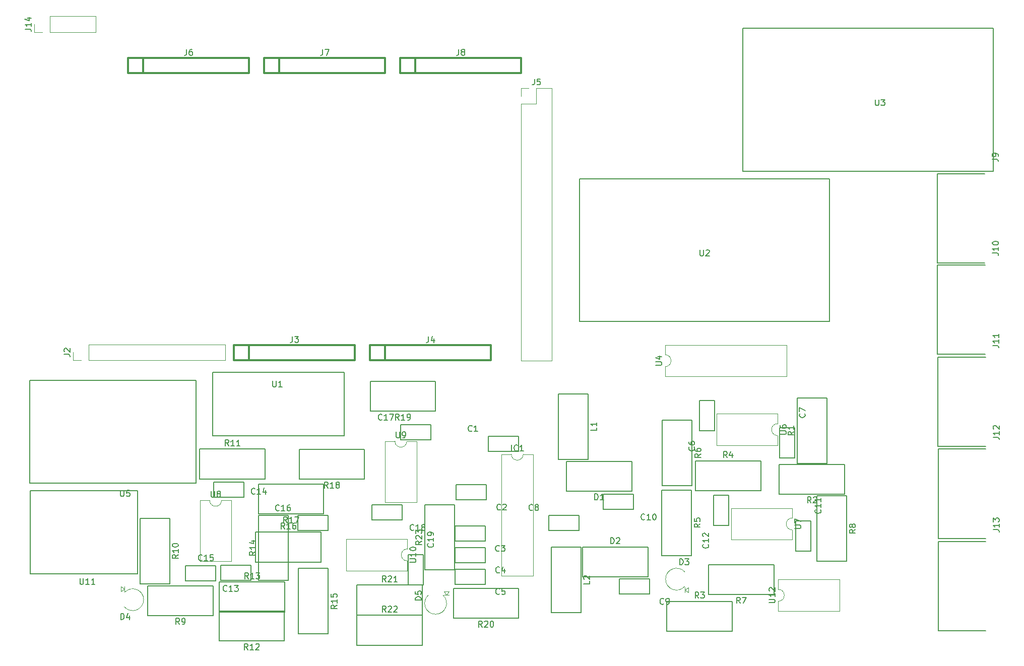
<source format=gbr>
G04 #@! TF.FileFunction,Legend,Top*
%FSLAX46Y46*%
G04 Gerber Fmt 4.6, Leading zero omitted, Abs format (unit mm)*
G04 Created by KiCad (PCBNEW 4.0.7) date 05/29/18 15:05:14*
%MOMM*%
%LPD*%
G01*
G04 APERTURE LIST*
%ADD10C,0.100000*%
%ADD11C,0.120000*%
%ADD12C,0.304800*%
%ADD13C,0.150000*%
%ADD14C,0.203200*%
G04 APERTURE END LIST*
D10*
D11*
X86060000Y-111300000D02*
X86060000Y-108640000D01*
X63140000Y-111300000D02*
X86060000Y-111300000D01*
X63140000Y-108640000D02*
X86060000Y-108640000D01*
X63140000Y-111300000D02*
X63140000Y-108640000D01*
X61870000Y-111300000D02*
X60540000Y-111300000D01*
X60540000Y-111300000D02*
X60540000Y-109970000D01*
D12*
X90079200Y-108728800D02*
X90079200Y-111268800D01*
X87539200Y-108728800D02*
X107859200Y-108728800D01*
X107859200Y-108728800D02*
X107859200Y-111268800D01*
X107859200Y-111268800D02*
X87539200Y-111268800D01*
X87539200Y-111268800D02*
X87539200Y-108728800D01*
X112939200Y-108738800D02*
X112939200Y-111278800D01*
X110399200Y-108738800D02*
X130719200Y-108738800D01*
X130719200Y-108738800D02*
X130719200Y-111278800D01*
X130719200Y-111278800D02*
X110399200Y-111278800D01*
X110399200Y-111278800D02*
X110399200Y-108738800D01*
D11*
X135749200Y-111408800D02*
X140949200Y-111408800D01*
X135749200Y-68168800D02*
X135749200Y-111408800D01*
X140949200Y-65568800D02*
X140949200Y-111408800D01*
X135749200Y-68168800D02*
X138349200Y-68168800D01*
X138349200Y-68168800D02*
X138349200Y-65568800D01*
X138349200Y-65568800D02*
X140949200Y-65568800D01*
X135749200Y-66898800D02*
X135749200Y-65568800D01*
X135749200Y-65568800D02*
X137079200Y-65568800D01*
D12*
X95149200Y-60478800D02*
X95149200Y-63018800D01*
X92609200Y-60478800D02*
X112929200Y-60478800D01*
X112929200Y-60478800D02*
X112929200Y-63018800D01*
X112929200Y-63018800D02*
X92609200Y-63018800D01*
X92609200Y-63018800D02*
X92609200Y-60478800D01*
X118009200Y-60478800D02*
X118009200Y-63018800D01*
X115469200Y-60478800D02*
X135789200Y-60478800D01*
X135789200Y-60478800D02*
X135789200Y-63018800D01*
X135789200Y-63018800D02*
X115469200Y-63018800D01*
X115469200Y-63018800D02*
X115469200Y-60478800D01*
X72289200Y-60478800D02*
X72289200Y-63018800D01*
X69749200Y-60478800D02*
X90069200Y-60478800D01*
X90069200Y-60478800D02*
X90069200Y-63018800D01*
X90069200Y-63018800D02*
X69749200Y-63018800D01*
X69749200Y-63018800D02*
X69749200Y-60478800D01*
D13*
X145592800Y-80810100D02*
X145592800Y-104810100D01*
X145592800Y-104810100D02*
X187592800Y-104810100D01*
X187592800Y-104810100D02*
X187592800Y-80810100D01*
X187592800Y-80810100D02*
X145592800Y-80810100D01*
X173060000Y-55540000D02*
X173060000Y-79540000D01*
X173060000Y-79540000D02*
X215060000Y-79540000D01*
X215060000Y-79540000D02*
X215060000Y-55540000D01*
X215060000Y-55540000D02*
X173060000Y-55540000D01*
X83930000Y-124030000D02*
X106070000Y-124020000D01*
X83930000Y-113310000D02*
X106070000Y-113300000D01*
X106070000Y-113310000D02*
X106070000Y-124010000D01*
X83930000Y-113310000D02*
X83930000Y-124010000D01*
D11*
X163287000Y-149470000D02*
X163287000Y-150359000D01*
X163287000Y-149914500D02*
X163879667Y-149470000D01*
X163879667Y-149470000D02*
X163879667Y-150359000D01*
X163879667Y-150359000D02*
X163287000Y-149914500D01*
X163255408Y-149323840D02*
G75*
G02X163285242Y-146890000I-1365408J1233840D01*
G01*
X69123000Y-150170000D02*
X69123000Y-149281000D01*
X69123000Y-149725500D02*
X68530333Y-150170000D01*
X68530333Y-150170000D02*
X68530333Y-149281000D01*
X68530333Y-149281000D02*
X69123000Y-149725500D01*
X69154592Y-150316160D02*
G75*
G02X69124758Y-152750000I1365408J-1233840D01*
G01*
X122792000Y-150749000D02*
X123681000Y-150749000D01*
X123236500Y-150749000D02*
X122792000Y-150156333D01*
X122792000Y-150156333D02*
X123681000Y-150156333D01*
X123681000Y-150156333D02*
X123236500Y-150749000D01*
X122645840Y-150780592D02*
G75*
G02X120212000Y-150750758I-1233840J-1365408D01*
G01*
D13*
X213690000Y-94960000D02*
X205690000Y-94960000D01*
X205690000Y-94960000D02*
X205690000Y-79960000D01*
X205690000Y-79960000D02*
X213690000Y-79960000D01*
X213740000Y-110280000D02*
X205740000Y-110280000D01*
X205740000Y-110280000D02*
X205740000Y-95280000D01*
X205740000Y-95280000D02*
X213740000Y-95280000D01*
X213800000Y-125810000D02*
X205800000Y-125810000D01*
X205800000Y-125810000D02*
X205800000Y-110810000D01*
X205800000Y-110810000D02*
X213800000Y-110810000D01*
X213850000Y-141230000D02*
X205850000Y-141230000D01*
X205850000Y-141230000D02*
X205850000Y-126230000D01*
X205850000Y-126230000D02*
X213850000Y-126230000D01*
X164400000Y-143110000D02*
X164400000Y-144110000D01*
X164400000Y-144110000D02*
X159400000Y-144110000D01*
X159400000Y-144110000D02*
X159400000Y-143110000D01*
X164400000Y-133110000D02*
X159400000Y-133110000D01*
X159400000Y-133110000D02*
X159400000Y-143110000D01*
X164400000Y-143110000D02*
X164400000Y-133110000D01*
X164510000Y-131370000D02*
X164510000Y-132370000D01*
X164510000Y-132370000D02*
X159510000Y-132370000D01*
X159510000Y-132370000D02*
X159510000Y-131370000D01*
X164510000Y-121370000D02*
X159510000Y-121370000D01*
X159510000Y-121370000D02*
X159510000Y-131370000D01*
X164510000Y-131370000D02*
X164510000Y-121370000D01*
X168240000Y-150690000D02*
X167240000Y-150690000D01*
X167240000Y-150690000D02*
X167240000Y-145690000D01*
X167240000Y-145690000D02*
X168240000Y-145690000D01*
X178240000Y-150690000D02*
X178240000Y-145690000D01*
X178240000Y-145690000D02*
X168240000Y-145690000D01*
X168240000Y-150690000D02*
X178240000Y-150690000D01*
X190490000Y-144110000D02*
X190490000Y-145110000D01*
X190490000Y-145110000D02*
X185490000Y-145110000D01*
X185490000Y-145110000D02*
X185490000Y-144110000D01*
X190490000Y-134110000D02*
X185490000Y-134110000D01*
X185490000Y-134110000D02*
X185490000Y-144110000D01*
X190490000Y-144110000D02*
X190490000Y-134110000D01*
X74040000Y-154230000D02*
X73040000Y-154230000D01*
X73040000Y-154230000D02*
X73040000Y-149230000D01*
X73040000Y-149230000D02*
X74040000Y-149230000D01*
X84040000Y-154230000D02*
X84040000Y-149230000D01*
X84040000Y-149230000D02*
X74040000Y-149230000D01*
X74040000Y-154230000D02*
X84040000Y-154230000D01*
X76720000Y-147860000D02*
X76720000Y-148860000D01*
X76720000Y-148860000D02*
X71720000Y-148860000D01*
X71720000Y-148860000D02*
X71720000Y-147860000D01*
X76720000Y-137860000D02*
X71720000Y-137860000D01*
X71720000Y-137860000D02*
X71720000Y-147860000D01*
X76720000Y-147860000D02*
X76720000Y-137860000D01*
X91788000Y-126238000D02*
X92788000Y-126238000D01*
X92788000Y-126238000D02*
X92788000Y-131238000D01*
X92788000Y-131238000D02*
X91788000Y-131238000D01*
X81788000Y-126238000D02*
X81788000Y-131238000D01*
X81788000Y-131238000D02*
X91788000Y-131238000D01*
X91788000Y-126238000D02*
X81788000Y-126238000D01*
X86012000Y-158496000D02*
X85012000Y-158496000D01*
X85012000Y-158496000D02*
X85012000Y-153496000D01*
X85012000Y-153496000D02*
X86012000Y-153496000D01*
X96012000Y-158496000D02*
X96012000Y-153496000D01*
X96012000Y-153496000D02*
X86012000Y-153496000D01*
X86012000Y-158496000D02*
X96012000Y-158496000D01*
X95090000Y-148590000D02*
X96090000Y-148590000D01*
X96090000Y-148590000D02*
X96090000Y-153590000D01*
X96090000Y-153590000D02*
X95090000Y-153590000D01*
X85090000Y-148590000D02*
X85090000Y-153590000D01*
X85090000Y-153590000D02*
X95090000Y-153590000D01*
X95090000Y-148590000D02*
X85090000Y-148590000D01*
X91694000Y-138336000D02*
X91694000Y-137336000D01*
X91694000Y-137336000D02*
X96694000Y-137336000D01*
X96694000Y-137336000D02*
X96694000Y-138336000D01*
X91694000Y-148336000D02*
X96694000Y-148336000D01*
X96694000Y-148336000D02*
X96694000Y-138336000D01*
X91694000Y-138336000D02*
X91694000Y-148336000D01*
X103378000Y-156304000D02*
X103378000Y-157304000D01*
X103378000Y-157304000D02*
X98378000Y-157304000D01*
X98378000Y-157304000D02*
X98378000Y-156304000D01*
X103378000Y-146304000D02*
X98378000Y-146304000D01*
X98378000Y-146304000D02*
X98378000Y-156304000D01*
X103378000Y-156304000D02*
X103378000Y-146304000D01*
X101186000Y-140208000D02*
X102186000Y-140208000D01*
X102186000Y-140208000D02*
X102186000Y-145208000D01*
X102186000Y-145208000D02*
X101186000Y-145208000D01*
X91186000Y-140208000D02*
X91186000Y-145208000D01*
X91186000Y-145208000D02*
X101186000Y-145208000D01*
X101186000Y-140208000D02*
X91186000Y-140208000D01*
X92616000Y-137160000D02*
X91616000Y-137160000D01*
X91616000Y-137160000D02*
X91616000Y-132160000D01*
X91616000Y-132160000D02*
X92616000Y-132160000D01*
X102616000Y-137160000D02*
X102616000Y-132160000D01*
X102616000Y-132160000D02*
X92616000Y-132160000D01*
X92616000Y-137160000D02*
X102616000Y-137160000D01*
X99474000Y-131318000D02*
X98474000Y-131318000D01*
X98474000Y-131318000D02*
X98474000Y-126318000D01*
X98474000Y-126318000D02*
X99474000Y-126318000D01*
X109474000Y-131318000D02*
X109474000Y-126318000D01*
X109474000Y-126318000D02*
X99474000Y-126318000D01*
X99474000Y-131318000D02*
X109474000Y-131318000D01*
X111412000Y-119888000D02*
X110412000Y-119888000D01*
X110412000Y-119888000D02*
X110412000Y-114888000D01*
X110412000Y-114888000D02*
X111412000Y-114888000D01*
X121412000Y-119888000D02*
X121412000Y-114888000D01*
X121412000Y-114888000D02*
X111412000Y-114888000D01*
X111412000Y-119888000D02*
X121412000Y-119888000D01*
X125382000Y-154686000D02*
X124382000Y-154686000D01*
X124382000Y-154686000D02*
X124382000Y-149686000D01*
X124382000Y-149686000D02*
X125382000Y-149686000D01*
X135382000Y-154686000D02*
X135382000Y-149686000D01*
X135382000Y-149686000D02*
X125382000Y-149686000D01*
X125382000Y-154686000D02*
X135382000Y-154686000D01*
X118204000Y-149098000D02*
X119204000Y-149098000D01*
X119204000Y-149098000D02*
X119204000Y-154098000D01*
X119204000Y-154098000D02*
X118204000Y-154098000D01*
X108204000Y-149098000D02*
X108204000Y-154098000D01*
X108204000Y-154098000D02*
X118204000Y-154098000D01*
X118204000Y-149098000D02*
X108204000Y-149098000D01*
X118204000Y-154178000D02*
X119204000Y-154178000D01*
X119204000Y-154178000D02*
X119204000Y-159178000D01*
X119204000Y-159178000D02*
X118204000Y-159178000D01*
X108204000Y-154178000D02*
X108204000Y-159178000D01*
X108204000Y-159178000D02*
X118204000Y-159178000D01*
X118204000Y-154178000D02*
X108204000Y-154178000D01*
X119634000Y-136558000D02*
X119634000Y-135558000D01*
X119634000Y-135558000D02*
X124634000Y-135558000D01*
X124634000Y-135558000D02*
X124634000Y-136558000D01*
X119634000Y-146558000D02*
X124634000Y-146558000D01*
X124634000Y-146558000D02*
X124634000Y-136558000D01*
X119634000Y-136558000D02*
X119634000Y-146558000D01*
D11*
X159960000Y-110379000D02*
G75*
G02X159960000Y-112379000I0J-1000000D01*
G01*
X159960000Y-112379000D02*
X159960000Y-114029000D01*
X159960000Y-114029000D02*
X180400000Y-114029000D01*
X180400000Y-114029000D02*
X180400000Y-108729000D01*
X180400000Y-108729000D02*
X159960000Y-108729000D01*
X159960000Y-108729000D02*
X159960000Y-110379000D01*
D13*
X53231540Y-114721640D02*
X53231540Y-131993640D01*
X53231540Y-131993640D02*
X81171540Y-131993640D01*
X53231540Y-114721640D02*
X81171540Y-114721640D01*
X81171540Y-114721640D02*
X81171540Y-131993640D01*
D11*
X136128000Y-127092400D02*
G75*
G02X134128000Y-127092400I-1000000J0D01*
G01*
X134128000Y-127092400D02*
X132478000Y-127092400D01*
X132478000Y-127092400D02*
X132478000Y-147532400D01*
X132478000Y-147532400D02*
X137778000Y-147532400D01*
X137778000Y-147532400D02*
X137778000Y-127092400D01*
X137778000Y-127092400D02*
X136128000Y-127092400D01*
D13*
X130225800Y-124091700D02*
X135305800Y-124091700D01*
X135305800Y-124091700D02*
X135305800Y-126631700D01*
X135305800Y-126631700D02*
X130225800Y-126631700D01*
X130225800Y-126631700D02*
X130225800Y-124091700D01*
X129959100Y-134759700D02*
X124879100Y-134759700D01*
X124879100Y-134759700D02*
X124879100Y-132219700D01*
X124879100Y-132219700D02*
X129959100Y-132219700D01*
X129959100Y-132219700D02*
X129959100Y-134759700D01*
X129730500Y-141693900D02*
X124650500Y-141693900D01*
X124650500Y-141693900D02*
X124650500Y-139153900D01*
X124650500Y-139153900D02*
X129730500Y-139153900D01*
X129730500Y-139153900D02*
X129730500Y-141693900D01*
X129768600Y-145313400D02*
X124688600Y-145313400D01*
X124688600Y-145313400D02*
X124688600Y-142773400D01*
X124688600Y-142773400D02*
X129768600Y-142773400D01*
X129768600Y-142773400D02*
X129768600Y-145313400D01*
X129768600Y-148932900D02*
X124688600Y-148932900D01*
X124688600Y-148932900D02*
X124688600Y-146392900D01*
X124688600Y-146392900D02*
X129768600Y-146392900D01*
X129768600Y-146392900D02*
X129768600Y-148932900D01*
X165745160Y-123169680D02*
X165745160Y-118089680D01*
X165745160Y-118089680D02*
X168285160Y-118089680D01*
X168285160Y-118089680D02*
X168285160Y-123169680D01*
X168285160Y-123169680D02*
X165745160Y-123169680D01*
X181782720Y-122666760D02*
X181782720Y-127746760D01*
X181782720Y-127746760D02*
X179242720Y-127746760D01*
X179242720Y-127746760D02*
X179242720Y-122666760D01*
X179242720Y-122666760D02*
X181782720Y-122666760D01*
X140426440Y-137353040D02*
X145506440Y-137353040D01*
X145506440Y-137353040D02*
X145506440Y-139893040D01*
X145506440Y-139893040D02*
X140426440Y-139893040D01*
X140426440Y-139893040D02*
X140426440Y-137353040D01*
X157353000Y-150596600D02*
X152273000Y-150596600D01*
X152273000Y-150596600D02*
X152273000Y-148056600D01*
X152273000Y-148056600D02*
X157353000Y-148056600D01*
X157353000Y-148056600D02*
X157353000Y-150596600D01*
X154647900Y-136398000D02*
X149567900Y-136398000D01*
X149567900Y-136398000D02*
X149567900Y-133858000D01*
X149567900Y-133858000D02*
X154647900Y-133858000D01*
X154647900Y-133858000D02*
X154647900Y-136398000D01*
X184440000Y-138300000D02*
X184440000Y-143380000D01*
X184440000Y-143380000D02*
X181900000Y-143380000D01*
X181900000Y-143380000D02*
X181900000Y-138300000D01*
X181900000Y-138300000D02*
X184440000Y-138300000D01*
X168100000Y-139070000D02*
X168100000Y-133990000D01*
X168100000Y-133990000D02*
X170640000Y-133990000D01*
X170640000Y-133990000D02*
X170640000Y-139070000D01*
X170640000Y-139070000D02*
X168100000Y-139070000D01*
X84437540Y-148406000D02*
X79357540Y-148406000D01*
X79357540Y-148406000D02*
X79357540Y-145866000D01*
X79357540Y-145866000D02*
X84437540Y-145866000D01*
X84437540Y-145866000D02*
X84437540Y-148406000D01*
X84150520Y-131809640D02*
X89230520Y-131809640D01*
X89230520Y-131809640D02*
X89230520Y-134349640D01*
X89230520Y-134349640D02*
X84150520Y-134349640D01*
X84150520Y-134349640D02*
X84150520Y-131809640D01*
X85344000Y-145796000D02*
X90424000Y-145796000D01*
X90424000Y-145796000D02*
X90424000Y-148336000D01*
X90424000Y-148336000D02*
X85344000Y-148336000D01*
X85344000Y-148336000D02*
X85344000Y-145796000D01*
X98298000Y-137414000D02*
X103378000Y-137414000D01*
X103378000Y-137414000D02*
X103378000Y-139954000D01*
X103378000Y-139954000D02*
X98298000Y-139954000D01*
X98298000Y-139954000D02*
X98298000Y-137414000D01*
X115570000Y-122174000D02*
X120650000Y-122174000D01*
X120650000Y-122174000D02*
X120650000Y-124714000D01*
X120650000Y-124714000D02*
X115570000Y-124714000D01*
X115570000Y-124714000D02*
X115570000Y-122174000D01*
X115824000Y-138176000D02*
X110744000Y-138176000D01*
X110744000Y-138176000D02*
X110744000Y-135636000D01*
X110744000Y-135636000D02*
X115824000Y-135636000D01*
X115824000Y-135636000D02*
X115824000Y-138176000D01*
X119331740Y-144002760D02*
X119331740Y-149082760D01*
X119331740Y-149082760D02*
X116791740Y-149082760D01*
X116791740Y-149082760D02*
X116791740Y-144002760D01*
X116791740Y-144002760D02*
X119331740Y-144002760D01*
X144381200Y-133311900D02*
X143381200Y-133311900D01*
X143381200Y-133311900D02*
X143381200Y-128311900D01*
X143381200Y-128311900D02*
X144381200Y-128311900D01*
X154381200Y-133311900D02*
X154381200Y-128311900D01*
X154381200Y-128311900D02*
X144381200Y-128311900D01*
X144381200Y-133311900D02*
X154381200Y-133311900D01*
X156062700Y-142684500D02*
X157062700Y-142684500D01*
X157062700Y-142684500D02*
X157062700Y-147684500D01*
X157062700Y-147684500D02*
X156062700Y-147684500D01*
X146062700Y-142684500D02*
X146062700Y-147684500D01*
X146062700Y-147684500D02*
X156062700Y-147684500D01*
X156062700Y-142684500D02*
X146062700Y-142684500D01*
X147020280Y-126956840D02*
X147020280Y-127956840D01*
X147020280Y-127956840D02*
X142020280Y-127956840D01*
X142020280Y-127956840D02*
X142020280Y-126956840D01*
X147020280Y-116956840D02*
X142020280Y-116956840D01*
X142020280Y-116956840D02*
X142020280Y-126956840D01*
X147020280Y-126956840D02*
X147020280Y-116956840D01*
X145818860Y-152717520D02*
X145818860Y-153717520D01*
X145818860Y-153717520D02*
X140818860Y-153717520D01*
X140818860Y-153717520D02*
X140818860Y-152717520D01*
X145818860Y-142717520D02*
X140818860Y-142717520D01*
X140818860Y-142717520D02*
X140818860Y-152717520D01*
X145818860Y-152717520D02*
X145818860Y-142717520D01*
X182156100Y-118625600D02*
X182156100Y-117625600D01*
X182156100Y-117625600D02*
X187156100Y-117625600D01*
X187156100Y-117625600D02*
X187156100Y-118625600D01*
X182156100Y-128625600D02*
X187156100Y-128625600D01*
X187156100Y-128625600D02*
X187156100Y-118625600D01*
X182156100Y-118625600D02*
X182156100Y-128625600D01*
X180160000Y-133830000D02*
X179160000Y-133830000D01*
X179160000Y-133830000D02*
X179160000Y-128830000D01*
X179160000Y-128830000D02*
X180160000Y-128830000D01*
X190160000Y-133830000D02*
X190160000Y-128830000D01*
X190160000Y-128830000D02*
X180160000Y-128830000D01*
X180160000Y-133830000D02*
X190160000Y-133830000D01*
X170260000Y-151830000D02*
X171260000Y-151830000D01*
X171260000Y-151830000D02*
X171260000Y-156830000D01*
X171260000Y-156830000D02*
X170260000Y-156830000D01*
X160260000Y-151830000D02*
X160260000Y-156830000D01*
X160260000Y-156830000D02*
X170260000Y-156830000D01*
X170260000Y-151830000D02*
X160260000Y-151830000D01*
X175049200Y-128206500D02*
X176049200Y-128206500D01*
X176049200Y-128206500D02*
X176049200Y-133206500D01*
X176049200Y-133206500D02*
X175049200Y-133206500D01*
X165049200Y-128206500D02*
X165049200Y-133206500D01*
X165049200Y-133206500D02*
X175049200Y-133206500D01*
X175049200Y-128206500D02*
X165049200Y-128206500D01*
D11*
X178865840Y-123956320D02*
G75*
G02X178865840Y-121956320I0J1000000D01*
G01*
X178865840Y-121956320D02*
X178865840Y-120306320D01*
X178865840Y-120306320D02*
X168585840Y-120306320D01*
X168585840Y-120306320D02*
X168585840Y-125606320D01*
X168585840Y-125606320D02*
X178865840Y-125606320D01*
X178865840Y-125606320D02*
X178865840Y-123956320D01*
X181330000Y-139810000D02*
G75*
G02X181330000Y-137810000I0J1000000D01*
G01*
X181330000Y-137810000D02*
X181330000Y-136160000D01*
X181330000Y-136160000D02*
X171050000Y-136160000D01*
X171050000Y-136160000D02*
X171050000Y-141460000D01*
X171050000Y-141460000D02*
X181330000Y-141460000D01*
X181330000Y-141460000D02*
X181330000Y-139810000D01*
X85447700Y-134838280D02*
G75*
G02X83447700Y-134838280I-1000000J0D01*
G01*
X83447700Y-134838280D02*
X81797700Y-134838280D01*
X81797700Y-134838280D02*
X81797700Y-145118280D01*
X81797700Y-145118280D02*
X87097700Y-145118280D01*
X87097700Y-145118280D02*
X87097700Y-134838280D01*
X87097700Y-134838280D02*
X85447700Y-134838280D01*
X116570000Y-124908000D02*
G75*
G02X114570000Y-124908000I-1000000J0D01*
G01*
X114570000Y-124908000D02*
X112920000Y-124908000D01*
X112920000Y-124908000D02*
X112920000Y-135188000D01*
X112920000Y-135188000D02*
X118220000Y-135188000D01*
X118220000Y-135188000D02*
X118220000Y-124908000D01*
X118220000Y-124908000D02*
X116570000Y-124908000D01*
X116646000Y-145018000D02*
G75*
G02X116646000Y-143018000I0J1000000D01*
G01*
X116646000Y-143018000D02*
X116646000Y-141368000D01*
X116646000Y-141368000D02*
X106366000Y-141368000D01*
X106366000Y-141368000D02*
X106366000Y-146668000D01*
X106366000Y-146668000D02*
X116646000Y-146668000D01*
X116646000Y-146668000D02*
X116646000Y-145018000D01*
D13*
X53340000Y-133261100D02*
X71374000Y-133261100D01*
X71374000Y-133261100D02*
X71374000Y-147231100D01*
X71374000Y-147231100D02*
X53340000Y-147231100D01*
X53340000Y-147231100D02*
X53340000Y-133261100D01*
D11*
X178989680Y-149804880D02*
G75*
G02X178989680Y-151804880I0J-1000000D01*
G01*
X178989680Y-151804880D02*
X178989680Y-153454880D01*
X178989680Y-153454880D02*
X189269680Y-153454880D01*
X189269680Y-153454880D02*
X189269680Y-148154880D01*
X189269680Y-148154880D02*
X178989680Y-148154880D01*
X178989680Y-148154880D02*
X178989680Y-149804880D01*
D13*
X213850000Y-156770000D02*
X205850000Y-156770000D01*
X205850000Y-156770000D02*
X205850000Y-141770000D01*
X205850000Y-141770000D02*
X213850000Y-141770000D01*
D11*
X64270000Y-56150000D02*
X64270000Y-53490000D01*
X56590000Y-56150000D02*
X64270000Y-56150000D01*
X56590000Y-53490000D02*
X64270000Y-53490000D01*
X56590000Y-56150000D02*
X56590000Y-53490000D01*
X55320000Y-56150000D02*
X53990000Y-56150000D01*
X53990000Y-56150000D02*
X53990000Y-54820000D01*
D13*
X58992381Y-110303333D02*
X59706667Y-110303333D01*
X59849524Y-110350953D01*
X59944762Y-110446191D01*
X59992381Y-110589048D01*
X59992381Y-110684286D01*
X59087619Y-109874762D02*
X59040000Y-109827143D01*
X58992381Y-109731905D01*
X58992381Y-109493809D01*
X59040000Y-109398571D01*
X59087619Y-109350952D01*
X59182857Y-109303333D01*
X59278095Y-109303333D01*
X59420952Y-109350952D01*
X59992381Y-109922381D01*
X59992381Y-109303333D01*
D14*
X97360533Y-107283419D02*
X97360533Y-108009133D01*
X97312153Y-108154276D01*
X97215391Y-108251038D01*
X97070248Y-108299419D01*
X96973486Y-108299419D01*
X97747581Y-107283419D02*
X98376533Y-107283419D01*
X98037867Y-107670467D01*
X98183009Y-107670467D01*
X98279771Y-107718848D01*
X98328152Y-107767229D01*
X98376533Y-107863990D01*
X98376533Y-108105895D01*
X98328152Y-108202657D01*
X98279771Y-108251038D01*
X98183009Y-108299419D01*
X97892724Y-108299419D01*
X97795962Y-108251038D01*
X97747581Y-108202657D01*
X120220533Y-107293419D02*
X120220533Y-108019133D01*
X120172153Y-108164276D01*
X120075391Y-108261038D01*
X119930248Y-108309419D01*
X119833486Y-108309419D01*
X121139771Y-107632086D02*
X121139771Y-108309419D01*
X120897867Y-107245038D02*
X120655962Y-107970752D01*
X121284914Y-107970752D01*
D13*
X138015867Y-64021181D02*
X138015867Y-64735467D01*
X137968247Y-64878324D01*
X137873009Y-64973562D01*
X137730152Y-65021181D01*
X137634914Y-65021181D01*
X138968248Y-64021181D02*
X138492057Y-64021181D01*
X138444438Y-64497371D01*
X138492057Y-64449752D01*
X138587295Y-64402133D01*
X138825391Y-64402133D01*
X138920629Y-64449752D01*
X138968248Y-64497371D01*
X139015867Y-64592610D01*
X139015867Y-64830705D01*
X138968248Y-64925943D01*
X138920629Y-64973562D01*
X138825391Y-65021181D01*
X138587295Y-65021181D01*
X138492057Y-64973562D01*
X138444438Y-64925943D01*
D14*
X102430533Y-59033419D02*
X102430533Y-59759133D01*
X102382153Y-59904276D01*
X102285391Y-60001038D01*
X102140248Y-60049419D01*
X102043486Y-60049419D01*
X102817581Y-59033419D02*
X103494914Y-59033419D01*
X103059486Y-60049419D01*
X125290533Y-59033419D02*
X125290533Y-59759133D01*
X125242153Y-59904276D01*
X125145391Y-60001038D01*
X125000248Y-60049419D01*
X124903486Y-60049419D01*
X125919486Y-59468848D02*
X125822724Y-59420467D01*
X125774343Y-59372086D01*
X125725962Y-59275324D01*
X125725962Y-59226943D01*
X125774343Y-59130181D01*
X125822724Y-59081800D01*
X125919486Y-59033419D01*
X126113009Y-59033419D01*
X126209771Y-59081800D01*
X126258152Y-59130181D01*
X126306533Y-59226943D01*
X126306533Y-59275324D01*
X126258152Y-59372086D01*
X126209771Y-59420467D01*
X126113009Y-59468848D01*
X125919486Y-59468848D01*
X125822724Y-59517229D01*
X125774343Y-59565610D01*
X125725962Y-59662371D01*
X125725962Y-59855895D01*
X125774343Y-59952657D01*
X125822724Y-60001038D01*
X125919486Y-60049419D01*
X126113009Y-60049419D01*
X126209771Y-60001038D01*
X126258152Y-59952657D01*
X126306533Y-59855895D01*
X126306533Y-59662371D01*
X126258152Y-59565610D01*
X126209771Y-59517229D01*
X126113009Y-59468848D01*
X79570533Y-59033419D02*
X79570533Y-59759133D01*
X79522153Y-59904276D01*
X79425391Y-60001038D01*
X79280248Y-60049419D01*
X79183486Y-60049419D01*
X80489771Y-59033419D02*
X80296248Y-59033419D01*
X80199486Y-59081800D01*
X80151105Y-59130181D01*
X80054343Y-59275324D01*
X80005962Y-59468848D01*
X80005962Y-59855895D01*
X80054343Y-59952657D01*
X80102724Y-60001038D01*
X80199486Y-60049419D01*
X80393009Y-60049419D01*
X80489771Y-60001038D01*
X80538152Y-59952657D01*
X80586533Y-59855895D01*
X80586533Y-59613990D01*
X80538152Y-59517229D01*
X80489771Y-59468848D01*
X80393009Y-59420467D01*
X80199486Y-59420467D01*
X80102724Y-59468848D01*
X80054343Y-59517229D01*
X80005962Y-59613990D01*
D13*
X165830895Y-92762481D02*
X165830895Y-93572005D01*
X165878514Y-93667243D01*
X165926133Y-93714862D01*
X166021371Y-93762481D01*
X166211848Y-93762481D01*
X166307086Y-93714862D01*
X166354705Y-93667243D01*
X166402324Y-93572005D01*
X166402324Y-92762481D01*
X166830895Y-92857719D02*
X166878514Y-92810100D01*
X166973752Y-92762481D01*
X167211848Y-92762481D01*
X167307086Y-92810100D01*
X167354705Y-92857719D01*
X167402324Y-92952957D01*
X167402324Y-93048195D01*
X167354705Y-93191052D01*
X166783276Y-93762481D01*
X167402324Y-93762481D01*
X195298095Y-67492381D02*
X195298095Y-68301905D01*
X195345714Y-68397143D01*
X195393333Y-68444762D01*
X195488571Y-68492381D01*
X195679048Y-68492381D01*
X195774286Y-68444762D01*
X195821905Y-68397143D01*
X195869524Y-68301905D01*
X195869524Y-67492381D01*
X196250476Y-67492381D02*
X196869524Y-67492381D01*
X196536190Y-67873333D01*
X196679048Y-67873333D01*
X196774286Y-67920952D01*
X196821905Y-67968571D01*
X196869524Y-68063810D01*
X196869524Y-68301905D01*
X196821905Y-68397143D01*
X196774286Y-68444762D01*
X196679048Y-68492381D01*
X196393333Y-68492381D01*
X196298095Y-68444762D01*
X196250476Y-68397143D01*
X94038095Y-114762381D02*
X94038095Y-115571905D01*
X94085714Y-115667143D01*
X94133333Y-115714762D01*
X94228571Y-115762381D01*
X94419048Y-115762381D01*
X94514286Y-115714762D01*
X94561905Y-115667143D01*
X94609524Y-115571905D01*
X94609524Y-114762381D01*
X95609524Y-115762381D02*
X95038095Y-115762381D01*
X95323809Y-115762381D02*
X95323809Y-114762381D01*
X95228571Y-114905238D01*
X95133333Y-115000476D01*
X95038095Y-115048095D01*
X162421905Y-145682381D02*
X162421905Y-144682381D01*
X162660000Y-144682381D01*
X162802858Y-144730000D01*
X162898096Y-144825238D01*
X162945715Y-144920476D01*
X162993334Y-145110952D01*
X162993334Y-145253810D01*
X162945715Y-145444286D01*
X162898096Y-145539524D01*
X162802858Y-145634762D01*
X162660000Y-145682381D01*
X162421905Y-145682381D01*
X163326667Y-144682381D02*
X163945715Y-144682381D01*
X163612381Y-145063333D01*
X163755239Y-145063333D01*
X163850477Y-145110952D01*
X163898096Y-145158571D01*
X163945715Y-145253810D01*
X163945715Y-145491905D01*
X163898096Y-145587143D01*
X163850477Y-145634762D01*
X163755239Y-145682381D01*
X163469524Y-145682381D01*
X163374286Y-145634762D01*
X163326667Y-145587143D01*
X68511905Y-154862381D02*
X68511905Y-153862381D01*
X68750000Y-153862381D01*
X68892858Y-153910000D01*
X68988096Y-154005238D01*
X69035715Y-154100476D01*
X69083334Y-154290952D01*
X69083334Y-154433810D01*
X69035715Y-154624286D01*
X68988096Y-154719524D01*
X68892858Y-154814762D01*
X68750000Y-154862381D01*
X68511905Y-154862381D01*
X69940477Y-154195714D02*
X69940477Y-154862381D01*
X69702381Y-153814762D02*
X69464286Y-154529048D01*
X70083334Y-154529048D01*
X119004381Y-151614095D02*
X118004381Y-151614095D01*
X118004381Y-151376000D01*
X118052000Y-151233142D01*
X118147238Y-151137904D01*
X118242476Y-151090285D01*
X118432952Y-151042666D01*
X118575810Y-151042666D01*
X118766286Y-151090285D01*
X118861524Y-151137904D01*
X118956762Y-151233142D01*
X119004381Y-151376000D01*
X119004381Y-151614095D01*
X118004381Y-150137904D02*
X118004381Y-150614095D01*
X118480571Y-150661714D01*
X118432952Y-150614095D01*
X118385333Y-150518857D01*
X118385333Y-150280761D01*
X118432952Y-150185523D01*
X118480571Y-150137904D01*
X118575810Y-150090285D01*
X118813905Y-150090285D01*
X118909143Y-150137904D01*
X118956762Y-150185523D01*
X119004381Y-150280761D01*
X119004381Y-150518857D01*
X118956762Y-150614095D01*
X118909143Y-150661714D01*
X214920381Y-77499333D02*
X215634667Y-77499333D01*
X215777524Y-77546953D01*
X215872762Y-77642191D01*
X215920381Y-77785048D01*
X215920381Y-77880286D01*
X215920381Y-76975524D02*
X215920381Y-76785048D01*
X215872762Y-76689809D01*
X215825143Y-76642190D01*
X215682286Y-76546952D01*
X215491810Y-76499333D01*
X215110857Y-76499333D01*
X215015619Y-76546952D01*
X214968000Y-76594571D01*
X214920381Y-76689809D01*
X214920381Y-76880286D01*
X214968000Y-76975524D01*
X215015619Y-77023143D01*
X215110857Y-77070762D01*
X215348952Y-77070762D01*
X215444190Y-77023143D01*
X215491810Y-76975524D01*
X215539429Y-76880286D01*
X215539429Y-76689809D01*
X215491810Y-76594571D01*
X215444190Y-76546952D01*
X215348952Y-76499333D01*
X214970381Y-93295523D02*
X215684667Y-93295523D01*
X215827524Y-93343143D01*
X215922762Y-93438381D01*
X215970381Y-93581238D01*
X215970381Y-93676476D01*
X215970381Y-92295523D02*
X215970381Y-92866952D01*
X215970381Y-92581238D02*
X214970381Y-92581238D01*
X215113238Y-92676476D01*
X215208476Y-92771714D01*
X215256095Y-92866952D01*
X214970381Y-91676476D02*
X214970381Y-91581237D01*
X215018000Y-91485999D01*
X215065619Y-91438380D01*
X215160857Y-91390761D01*
X215351333Y-91343142D01*
X215589429Y-91343142D01*
X215779905Y-91390761D01*
X215875143Y-91438380D01*
X215922762Y-91485999D01*
X215970381Y-91581237D01*
X215970381Y-91676476D01*
X215922762Y-91771714D01*
X215875143Y-91819333D01*
X215779905Y-91866952D01*
X215589429Y-91914571D01*
X215351333Y-91914571D01*
X215160857Y-91866952D01*
X215065619Y-91819333D01*
X215018000Y-91771714D01*
X214970381Y-91676476D01*
X215030381Y-108825523D02*
X215744667Y-108825523D01*
X215887524Y-108873143D01*
X215982762Y-108968381D01*
X216030381Y-109111238D01*
X216030381Y-109206476D01*
X216030381Y-107825523D02*
X216030381Y-108396952D01*
X216030381Y-108111238D02*
X215030381Y-108111238D01*
X215173238Y-108206476D01*
X215268476Y-108301714D01*
X215316095Y-108396952D01*
X216030381Y-106873142D02*
X216030381Y-107444571D01*
X216030381Y-107158857D02*
X215030381Y-107158857D01*
X215173238Y-107254095D01*
X215268476Y-107349333D01*
X215316095Y-107444571D01*
X215080381Y-124245523D02*
X215794667Y-124245523D01*
X215937524Y-124293143D01*
X216032762Y-124388381D01*
X216080381Y-124531238D01*
X216080381Y-124626476D01*
X216080381Y-123245523D02*
X216080381Y-123816952D01*
X216080381Y-123531238D02*
X215080381Y-123531238D01*
X215223238Y-123626476D01*
X215318476Y-123721714D01*
X215366095Y-123816952D01*
X215175619Y-122864571D02*
X215128000Y-122816952D01*
X215080381Y-122721714D01*
X215080381Y-122483618D01*
X215128000Y-122388380D01*
X215175619Y-122340761D01*
X215270857Y-122293142D01*
X215366095Y-122293142D01*
X215508952Y-122340761D01*
X216080381Y-122912190D01*
X216080381Y-122293142D01*
X165852381Y-138776666D02*
X165376190Y-139110000D01*
X165852381Y-139348095D02*
X164852381Y-139348095D01*
X164852381Y-138967142D01*
X164900000Y-138871904D01*
X164947619Y-138824285D01*
X165042857Y-138776666D01*
X165185714Y-138776666D01*
X165280952Y-138824285D01*
X165328571Y-138871904D01*
X165376190Y-138967142D01*
X165376190Y-139348095D01*
X164852381Y-137871904D02*
X164852381Y-138348095D01*
X165328571Y-138395714D01*
X165280952Y-138348095D01*
X165233333Y-138252857D01*
X165233333Y-138014761D01*
X165280952Y-137919523D01*
X165328571Y-137871904D01*
X165423810Y-137824285D01*
X165661905Y-137824285D01*
X165757143Y-137871904D01*
X165804762Y-137919523D01*
X165852381Y-138014761D01*
X165852381Y-138252857D01*
X165804762Y-138348095D01*
X165757143Y-138395714D01*
X165962381Y-127036666D02*
X165486190Y-127370000D01*
X165962381Y-127608095D02*
X164962381Y-127608095D01*
X164962381Y-127227142D01*
X165010000Y-127131904D01*
X165057619Y-127084285D01*
X165152857Y-127036666D01*
X165295714Y-127036666D01*
X165390952Y-127084285D01*
X165438571Y-127131904D01*
X165486190Y-127227142D01*
X165486190Y-127608095D01*
X164962381Y-126179523D02*
X164962381Y-126370000D01*
X165010000Y-126465238D01*
X165057619Y-126512857D01*
X165200476Y-126608095D01*
X165390952Y-126655714D01*
X165771905Y-126655714D01*
X165867143Y-126608095D01*
X165914762Y-126560476D01*
X165962381Y-126465238D01*
X165962381Y-126274761D01*
X165914762Y-126179523D01*
X165867143Y-126131904D01*
X165771905Y-126084285D01*
X165533810Y-126084285D01*
X165438571Y-126131904D01*
X165390952Y-126179523D01*
X165343333Y-126274761D01*
X165343333Y-126465238D01*
X165390952Y-126560476D01*
X165438571Y-126608095D01*
X165533810Y-126655714D01*
X172573334Y-152142381D02*
X172240000Y-151666190D01*
X172001905Y-152142381D02*
X172001905Y-151142381D01*
X172382858Y-151142381D01*
X172478096Y-151190000D01*
X172525715Y-151237619D01*
X172573334Y-151332857D01*
X172573334Y-151475714D01*
X172525715Y-151570952D01*
X172478096Y-151618571D01*
X172382858Y-151666190D01*
X172001905Y-151666190D01*
X172906667Y-151142381D02*
X173573334Y-151142381D01*
X173144762Y-152142381D01*
X191942381Y-139776666D02*
X191466190Y-140110000D01*
X191942381Y-140348095D02*
X190942381Y-140348095D01*
X190942381Y-139967142D01*
X190990000Y-139871904D01*
X191037619Y-139824285D01*
X191132857Y-139776666D01*
X191275714Y-139776666D01*
X191370952Y-139824285D01*
X191418571Y-139871904D01*
X191466190Y-139967142D01*
X191466190Y-140348095D01*
X191370952Y-139205238D02*
X191323333Y-139300476D01*
X191275714Y-139348095D01*
X191180476Y-139395714D01*
X191132857Y-139395714D01*
X191037619Y-139348095D01*
X190990000Y-139300476D01*
X190942381Y-139205238D01*
X190942381Y-139014761D01*
X190990000Y-138919523D01*
X191037619Y-138871904D01*
X191132857Y-138824285D01*
X191180476Y-138824285D01*
X191275714Y-138871904D01*
X191323333Y-138919523D01*
X191370952Y-139014761D01*
X191370952Y-139205238D01*
X191418571Y-139300476D01*
X191466190Y-139348095D01*
X191561429Y-139395714D01*
X191751905Y-139395714D01*
X191847143Y-139348095D01*
X191894762Y-139300476D01*
X191942381Y-139205238D01*
X191942381Y-139014761D01*
X191894762Y-138919523D01*
X191847143Y-138871904D01*
X191751905Y-138824285D01*
X191561429Y-138824285D01*
X191466190Y-138871904D01*
X191418571Y-138919523D01*
X191370952Y-139014761D01*
X78373334Y-155682381D02*
X78040000Y-155206190D01*
X77801905Y-155682381D02*
X77801905Y-154682381D01*
X78182858Y-154682381D01*
X78278096Y-154730000D01*
X78325715Y-154777619D01*
X78373334Y-154872857D01*
X78373334Y-155015714D01*
X78325715Y-155110952D01*
X78278096Y-155158571D01*
X78182858Y-155206190D01*
X77801905Y-155206190D01*
X78849524Y-155682381D02*
X79040000Y-155682381D01*
X79135239Y-155634762D01*
X79182858Y-155587143D01*
X79278096Y-155444286D01*
X79325715Y-155253810D01*
X79325715Y-154872857D01*
X79278096Y-154777619D01*
X79230477Y-154730000D01*
X79135239Y-154682381D01*
X78944762Y-154682381D01*
X78849524Y-154730000D01*
X78801905Y-154777619D01*
X78754286Y-154872857D01*
X78754286Y-155110952D01*
X78801905Y-155206190D01*
X78849524Y-155253810D01*
X78944762Y-155301429D01*
X79135239Y-155301429D01*
X79230477Y-155253810D01*
X79278096Y-155206190D01*
X79325715Y-155110952D01*
X78172381Y-144002857D02*
X77696190Y-144336191D01*
X78172381Y-144574286D02*
X77172381Y-144574286D01*
X77172381Y-144193333D01*
X77220000Y-144098095D01*
X77267619Y-144050476D01*
X77362857Y-144002857D01*
X77505714Y-144002857D01*
X77600952Y-144050476D01*
X77648571Y-144098095D01*
X77696190Y-144193333D01*
X77696190Y-144574286D01*
X78172381Y-143050476D02*
X78172381Y-143621905D01*
X78172381Y-143336191D02*
X77172381Y-143336191D01*
X77315238Y-143431429D01*
X77410476Y-143526667D01*
X77458095Y-143621905D01*
X77172381Y-142431429D02*
X77172381Y-142336190D01*
X77220000Y-142240952D01*
X77267619Y-142193333D01*
X77362857Y-142145714D01*
X77553333Y-142098095D01*
X77791429Y-142098095D01*
X77981905Y-142145714D01*
X78077143Y-142193333D01*
X78124762Y-142240952D01*
X78172381Y-142336190D01*
X78172381Y-142431429D01*
X78124762Y-142526667D01*
X78077143Y-142574286D01*
X77981905Y-142621905D01*
X77791429Y-142669524D01*
X77553333Y-142669524D01*
X77362857Y-142621905D01*
X77267619Y-142574286D01*
X77220000Y-142526667D01*
X77172381Y-142431429D01*
X86645143Y-125690381D02*
X86311809Y-125214190D01*
X86073714Y-125690381D02*
X86073714Y-124690381D01*
X86454667Y-124690381D01*
X86549905Y-124738000D01*
X86597524Y-124785619D01*
X86645143Y-124880857D01*
X86645143Y-125023714D01*
X86597524Y-125118952D01*
X86549905Y-125166571D01*
X86454667Y-125214190D01*
X86073714Y-125214190D01*
X87597524Y-125690381D02*
X87026095Y-125690381D01*
X87311809Y-125690381D02*
X87311809Y-124690381D01*
X87216571Y-124833238D01*
X87121333Y-124928476D01*
X87026095Y-124976095D01*
X88549905Y-125690381D02*
X87978476Y-125690381D01*
X88264190Y-125690381D02*
X88264190Y-124690381D01*
X88168952Y-124833238D01*
X88073714Y-124928476D01*
X87978476Y-124976095D01*
X89869143Y-159948381D02*
X89535809Y-159472190D01*
X89297714Y-159948381D02*
X89297714Y-158948381D01*
X89678667Y-158948381D01*
X89773905Y-158996000D01*
X89821524Y-159043619D01*
X89869143Y-159138857D01*
X89869143Y-159281714D01*
X89821524Y-159376952D01*
X89773905Y-159424571D01*
X89678667Y-159472190D01*
X89297714Y-159472190D01*
X90821524Y-159948381D02*
X90250095Y-159948381D01*
X90535809Y-159948381D02*
X90535809Y-158948381D01*
X90440571Y-159091238D01*
X90345333Y-159186476D01*
X90250095Y-159234095D01*
X91202476Y-159043619D02*
X91250095Y-158996000D01*
X91345333Y-158948381D01*
X91583429Y-158948381D01*
X91678667Y-158996000D01*
X91726286Y-159043619D01*
X91773905Y-159138857D01*
X91773905Y-159234095D01*
X91726286Y-159376952D01*
X91154857Y-159948381D01*
X91773905Y-159948381D01*
X89947143Y-148042381D02*
X89613809Y-147566190D01*
X89375714Y-148042381D02*
X89375714Y-147042381D01*
X89756667Y-147042381D01*
X89851905Y-147090000D01*
X89899524Y-147137619D01*
X89947143Y-147232857D01*
X89947143Y-147375714D01*
X89899524Y-147470952D01*
X89851905Y-147518571D01*
X89756667Y-147566190D01*
X89375714Y-147566190D01*
X90899524Y-148042381D02*
X90328095Y-148042381D01*
X90613809Y-148042381D02*
X90613809Y-147042381D01*
X90518571Y-147185238D01*
X90423333Y-147280476D01*
X90328095Y-147328095D01*
X91232857Y-147042381D02*
X91851905Y-147042381D01*
X91518571Y-147423333D01*
X91661429Y-147423333D01*
X91756667Y-147470952D01*
X91804286Y-147518571D01*
X91851905Y-147613810D01*
X91851905Y-147851905D01*
X91804286Y-147947143D01*
X91756667Y-147994762D01*
X91661429Y-148042381D01*
X91375714Y-148042381D01*
X91280476Y-147994762D01*
X91232857Y-147947143D01*
X91146381Y-143478857D02*
X90670190Y-143812191D01*
X91146381Y-144050286D02*
X90146381Y-144050286D01*
X90146381Y-143669333D01*
X90194000Y-143574095D01*
X90241619Y-143526476D01*
X90336857Y-143478857D01*
X90479714Y-143478857D01*
X90574952Y-143526476D01*
X90622571Y-143574095D01*
X90670190Y-143669333D01*
X90670190Y-144050286D01*
X91146381Y-142526476D02*
X91146381Y-143097905D01*
X91146381Y-142812191D02*
X90146381Y-142812191D01*
X90289238Y-142907429D01*
X90384476Y-143002667D01*
X90432095Y-143097905D01*
X90479714Y-141669333D02*
X91146381Y-141669333D01*
X90098762Y-141907429D02*
X90813048Y-142145524D01*
X90813048Y-141526476D01*
X104830381Y-152446857D02*
X104354190Y-152780191D01*
X104830381Y-153018286D02*
X103830381Y-153018286D01*
X103830381Y-152637333D01*
X103878000Y-152542095D01*
X103925619Y-152494476D01*
X104020857Y-152446857D01*
X104163714Y-152446857D01*
X104258952Y-152494476D01*
X104306571Y-152542095D01*
X104354190Y-152637333D01*
X104354190Y-153018286D01*
X104830381Y-151494476D02*
X104830381Y-152065905D01*
X104830381Y-151780191D02*
X103830381Y-151780191D01*
X103973238Y-151875429D01*
X104068476Y-151970667D01*
X104116095Y-152065905D01*
X103830381Y-150589714D02*
X103830381Y-151065905D01*
X104306571Y-151113524D01*
X104258952Y-151065905D01*
X104211333Y-150970667D01*
X104211333Y-150732571D01*
X104258952Y-150637333D01*
X104306571Y-150589714D01*
X104401810Y-150542095D01*
X104639905Y-150542095D01*
X104735143Y-150589714D01*
X104782762Y-150637333D01*
X104830381Y-150732571D01*
X104830381Y-150970667D01*
X104782762Y-151065905D01*
X104735143Y-151113524D01*
X96043143Y-139660381D02*
X95709809Y-139184190D01*
X95471714Y-139660381D02*
X95471714Y-138660381D01*
X95852667Y-138660381D01*
X95947905Y-138708000D01*
X95995524Y-138755619D01*
X96043143Y-138850857D01*
X96043143Y-138993714D01*
X95995524Y-139088952D01*
X95947905Y-139136571D01*
X95852667Y-139184190D01*
X95471714Y-139184190D01*
X96995524Y-139660381D02*
X96424095Y-139660381D01*
X96709809Y-139660381D02*
X96709809Y-138660381D01*
X96614571Y-138803238D01*
X96519333Y-138898476D01*
X96424095Y-138946095D01*
X97852667Y-138660381D02*
X97662190Y-138660381D01*
X97566952Y-138708000D01*
X97519333Y-138755619D01*
X97424095Y-138898476D01*
X97376476Y-139088952D01*
X97376476Y-139469905D01*
X97424095Y-139565143D01*
X97471714Y-139612762D01*
X97566952Y-139660381D01*
X97757429Y-139660381D01*
X97852667Y-139612762D01*
X97900286Y-139565143D01*
X97947905Y-139469905D01*
X97947905Y-139231810D01*
X97900286Y-139136571D01*
X97852667Y-139088952D01*
X97757429Y-139041333D01*
X97566952Y-139041333D01*
X97471714Y-139088952D01*
X97424095Y-139136571D01*
X97376476Y-139231810D01*
X96473143Y-138612381D02*
X96139809Y-138136190D01*
X95901714Y-138612381D02*
X95901714Y-137612381D01*
X96282667Y-137612381D01*
X96377905Y-137660000D01*
X96425524Y-137707619D01*
X96473143Y-137802857D01*
X96473143Y-137945714D01*
X96425524Y-138040952D01*
X96377905Y-138088571D01*
X96282667Y-138136190D01*
X95901714Y-138136190D01*
X97425524Y-138612381D02*
X96854095Y-138612381D01*
X97139809Y-138612381D02*
X97139809Y-137612381D01*
X97044571Y-137755238D01*
X96949333Y-137850476D01*
X96854095Y-137898095D01*
X97758857Y-137612381D02*
X98425524Y-137612381D01*
X97996952Y-138612381D01*
X103331143Y-132770381D02*
X102997809Y-132294190D01*
X102759714Y-132770381D02*
X102759714Y-131770381D01*
X103140667Y-131770381D01*
X103235905Y-131818000D01*
X103283524Y-131865619D01*
X103331143Y-131960857D01*
X103331143Y-132103714D01*
X103283524Y-132198952D01*
X103235905Y-132246571D01*
X103140667Y-132294190D01*
X102759714Y-132294190D01*
X104283524Y-132770381D02*
X103712095Y-132770381D01*
X103997809Y-132770381D02*
X103997809Y-131770381D01*
X103902571Y-131913238D01*
X103807333Y-132008476D01*
X103712095Y-132056095D01*
X104854952Y-132198952D02*
X104759714Y-132151333D01*
X104712095Y-132103714D01*
X104664476Y-132008476D01*
X104664476Y-131960857D01*
X104712095Y-131865619D01*
X104759714Y-131818000D01*
X104854952Y-131770381D01*
X105045429Y-131770381D01*
X105140667Y-131818000D01*
X105188286Y-131865619D01*
X105235905Y-131960857D01*
X105235905Y-132008476D01*
X105188286Y-132103714D01*
X105140667Y-132151333D01*
X105045429Y-132198952D01*
X104854952Y-132198952D01*
X104759714Y-132246571D01*
X104712095Y-132294190D01*
X104664476Y-132389429D01*
X104664476Y-132579905D01*
X104712095Y-132675143D01*
X104759714Y-132722762D01*
X104854952Y-132770381D01*
X105045429Y-132770381D01*
X105140667Y-132722762D01*
X105188286Y-132675143D01*
X105235905Y-132579905D01*
X105235905Y-132389429D01*
X105188286Y-132294190D01*
X105140667Y-132246571D01*
X105045429Y-132198952D01*
X115269143Y-121340381D02*
X114935809Y-120864190D01*
X114697714Y-121340381D02*
X114697714Y-120340381D01*
X115078667Y-120340381D01*
X115173905Y-120388000D01*
X115221524Y-120435619D01*
X115269143Y-120530857D01*
X115269143Y-120673714D01*
X115221524Y-120768952D01*
X115173905Y-120816571D01*
X115078667Y-120864190D01*
X114697714Y-120864190D01*
X116221524Y-121340381D02*
X115650095Y-121340381D01*
X115935809Y-121340381D02*
X115935809Y-120340381D01*
X115840571Y-120483238D01*
X115745333Y-120578476D01*
X115650095Y-120626095D01*
X116697714Y-121340381D02*
X116888190Y-121340381D01*
X116983429Y-121292762D01*
X117031048Y-121245143D01*
X117126286Y-121102286D01*
X117173905Y-120911810D01*
X117173905Y-120530857D01*
X117126286Y-120435619D01*
X117078667Y-120388000D01*
X116983429Y-120340381D01*
X116792952Y-120340381D01*
X116697714Y-120388000D01*
X116650095Y-120435619D01*
X116602476Y-120530857D01*
X116602476Y-120768952D01*
X116650095Y-120864190D01*
X116697714Y-120911810D01*
X116792952Y-120959429D01*
X116983429Y-120959429D01*
X117078667Y-120911810D01*
X117126286Y-120864190D01*
X117173905Y-120768952D01*
X129239143Y-156138381D02*
X128905809Y-155662190D01*
X128667714Y-156138381D02*
X128667714Y-155138381D01*
X129048667Y-155138381D01*
X129143905Y-155186000D01*
X129191524Y-155233619D01*
X129239143Y-155328857D01*
X129239143Y-155471714D01*
X129191524Y-155566952D01*
X129143905Y-155614571D01*
X129048667Y-155662190D01*
X128667714Y-155662190D01*
X129620095Y-155233619D02*
X129667714Y-155186000D01*
X129762952Y-155138381D01*
X130001048Y-155138381D01*
X130096286Y-155186000D01*
X130143905Y-155233619D01*
X130191524Y-155328857D01*
X130191524Y-155424095D01*
X130143905Y-155566952D01*
X129572476Y-156138381D01*
X130191524Y-156138381D01*
X130810571Y-155138381D02*
X130905810Y-155138381D01*
X131001048Y-155186000D01*
X131048667Y-155233619D01*
X131096286Y-155328857D01*
X131143905Y-155519333D01*
X131143905Y-155757429D01*
X131096286Y-155947905D01*
X131048667Y-156043143D01*
X131001048Y-156090762D01*
X130905810Y-156138381D01*
X130810571Y-156138381D01*
X130715333Y-156090762D01*
X130667714Y-156043143D01*
X130620095Y-155947905D01*
X130572476Y-155757429D01*
X130572476Y-155519333D01*
X130620095Y-155328857D01*
X130667714Y-155233619D01*
X130715333Y-155186000D01*
X130810571Y-155138381D01*
X113061143Y-148550381D02*
X112727809Y-148074190D01*
X112489714Y-148550381D02*
X112489714Y-147550381D01*
X112870667Y-147550381D01*
X112965905Y-147598000D01*
X113013524Y-147645619D01*
X113061143Y-147740857D01*
X113061143Y-147883714D01*
X113013524Y-147978952D01*
X112965905Y-148026571D01*
X112870667Y-148074190D01*
X112489714Y-148074190D01*
X113442095Y-147645619D02*
X113489714Y-147598000D01*
X113584952Y-147550381D01*
X113823048Y-147550381D01*
X113918286Y-147598000D01*
X113965905Y-147645619D01*
X114013524Y-147740857D01*
X114013524Y-147836095D01*
X113965905Y-147978952D01*
X113394476Y-148550381D01*
X114013524Y-148550381D01*
X114965905Y-148550381D02*
X114394476Y-148550381D01*
X114680190Y-148550381D02*
X114680190Y-147550381D01*
X114584952Y-147693238D01*
X114489714Y-147788476D01*
X114394476Y-147836095D01*
X113061143Y-153630381D02*
X112727809Y-153154190D01*
X112489714Y-153630381D02*
X112489714Y-152630381D01*
X112870667Y-152630381D01*
X112965905Y-152678000D01*
X113013524Y-152725619D01*
X113061143Y-152820857D01*
X113061143Y-152963714D01*
X113013524Y-153058952D01*
X112965905Y-153106571D01*
X112870667Y-153154190D01*
X112489714Y-153154190D01*
X113442095Y-152725619D02*
X113489714Y-152678000D01*
X113584952Y-152630381D01*
X113823048Y-152630381D01*
X113918286Y-152678000D01*
X113965905Y-152725619D01*
X114013524Y-152820857D01*
X114013524Y-152916095D01*
X113965905Y-153058952D01*
X113394476Y-153630381D01*
X114013524Y-153630381D01*
X114394476Y-152725619D02*
X114442095Y-152678000D01*
X114537333Y-152630381D01*
X114775429Y-152630381D01*
X114870667Y-152678000D01*
X114918286Y-152725619D01*
X114965905Y-152820857D01*
X114965905Y-152916095D01*
X114918286Y-153058952D01*
X114346857Y-153630381D01*
X114965905Y-153630381D01*
X119086381Y-141700857D02*
X118610190Y-142034191D01*
X119086381Y-142272286D02*
X118086381Y-142272286D01*
X118086381Y-141891333D01*
X118134000Y-141796095D01*
X118181619Y-141748476D01*
X118276857Y-141700857D01*
X118419714Y-141700857D01*
X118514952Y-141748476D01*
X118562571Y-141796095D01*
X118610190Y-141891333D01*
X118610190Y-142272286D01*
X118181619Y-141319905D02*
X118134000Y-141272286D01*
X118086381Y-141177048D01*
X118086381Y-140938952D01*
X118134000Y-140843714D01*
X118181619Y-140796095D01*
X118276857Y-140748476D01*
X118372095Y-140748476D01*
X118514952Y-140796095D01*
X119086381Y-141367524D01*
X119086381Y-140748476D01*
X118086381Y-140415143D02*
X118086381Y-139796095D01*
X118467333Y-140129429D01*
X118467333Y-139986571D01*
X118514952Y-139891333D01*
X118562571Y-139843714D01*
X118657810Y-139796095D01*
X118895905Y-139796095D01*
X118991143Y-139843714D01*
X119038762Y-139891333D01*
X119086381Y-139986571D01*
X119086381Y-140272286D01*
X119038762Y-140367524D01*
X118991143Y-140415143D01*
X158412381Y-112140905D02*
X159221905Y-112140905D01*
X159317143Y-112093286D01*
X159364762Y-112045667D01*
X159412381Y-111950429D01*
X159412381Y-111759952D01*
X159364762Y-111664714D01*
X159317143Y-111617095D01*
X159221905Y-111569476D01*
X158412381Y-111569476D01*
X158745714Y-110664714D02*
X159412381Y-110664714D01*
X158364762Y-110902810D02*
X159079048Y-111140905D01*
X159079048Y-110521857D01*
X68469635Y-133174021D02*
X68469635Y-133983545D01*
X68517254Y-134078783D01*
X68564873Y-134126402D01*
X68660111Y-134174021D01*
X68850588Y-134174021D01*
X68945826Y-134126402D01*
X68993445Y-134078783D01*
X69041064Y-133983545D01*
X69041064Y-133174021D01*
X69993445Y-133174021D02*
X69517254Y-133174021D01*
X69469635Y-133650211D01*
X69517254Y-133602592D01*
X69612492Y-133554973D01*
X69850588Y-133554973D01*
X69945826Y-133602592D01*
X69993445Y-133650211D01*
X70041064Y-133745450D01*
X70041064Y-133983545D01*
X69993445Y-134078783D01*
X69945826Y-134126402D01*
X69850588Y-134174021D01*
X69612492Y-134174021D01*
X69517254Y-134126402D01*
X69469635Y-134078783D01*
X134151810Y-126544781D02*
X134151810Y-125544781D01*
X135199429Y-126449543D02*
X135151810Y-126497162D01*
X135008953Y-126544781D01*
X134913715Y-126544781D01*
X134770857Y-126497162D01*
X134675619Y-126401924D01*
X134628000Y-126306686D01*
X134580381Y-126116210D01*
X134580381Y-125973352D01*
X134628000Y-125782876D01*
X134675619Y-125687638D01*
X134770857Y-125592400D01*
X134913715Y-125544781D01*
X135008953Y-125544781D01*
X135151810Y-125592400D01*
X135199429Y-125640019D01*
X136151810Y-126544781D02*
X135580381Y-126544781D01*
X135866095Y-126544781D02*
X135866095Y-125544781D01*
X135770857Y-125687638D01*
X135675619Y-125782876D01*
X135580381Y-125830495D01*
X127519134Y-123178843D02*
X127471515Y-123226462D01*
X127328658Y-123274081D01*
X127233420Y-123274081D01*
X127090562Y-123226462D01*
X126995324Y-123131224D01*
X126947705Y-123035986D01*
X126900086Y-122845510D01*
X126900086Y-122702652D01*
X126947705Y-122512176D01*
X126995324Y-122416938D01*
X127090562Y-122321700D01*
X127233420Y-122274081D01*
X127328658Y-122274081D01*
X127471515Y-122321700D01*
X127519134Y-122369319D01*
X128471515Y-123274081D02*
X127900086Y-123274081D01*
X128185800Y-123274081D02*
X128185800Y-122274081D01*
X128090562Y-122416938D01*
X127995324Y-122512176D01*
X127900086Y-122559795D01*
X132332434Y-136386843D02*
X132284815Y-136434462D01*
X132141958Y-136482081D01*
X132046720Y-136482081D01*
X131903862Y-136434462D01*
X131808624Y-136339224D01*
X131761005Y-136243986D01*
X131713386Y-136053510D01*
X131713386Y-135910652D01*
X131761005Y-135720176D01*
X131808624Y-135624938D01*
X131903862Y-135529700D01*
X132046720Y-135482081D01*
X132141958Y-135482081D01*
X132284815Y-135529700D01*
X132332434Y-135577319D01*
X132713386Y-135577319D02*
X132761005Y-135529700D01*
X132856243Y-135482081D01*
X133094339Y-135482081D01*
X133189577Y-135529700D01*
X133237196Y-135577319D01*
X133284815Y-135672557D01*
X133284815Y-135767795D01*
X133237196Y-135910652D01*
X132665767Y-136482081D01*
X133284815Y-136482081D01*
X132103834Y-143321043D02*
X132056215Y-143368662D01*
X131913358Y-143416281D01*
X131818120Y-143416281D01*
X131675262Y-143368662D01*
X131580024Y-143273424D01*
X131532405Y-143178186D01*
X131484786Y-142987710D01*
X131484786Y-142844852D01*
X131532405Y-142654376D01*
X131580024Y-142559138D01*
X131675262Y-142463900D01*
X131818120Y-142416281D01*
X131913358Y-142416281D01*
X132056215Y-142463900D01*
X132103834Y-142511519D01*
X132437167Y-142416281D02*
X133056215Y-142416281D01*
X132722881Y-142797233D01*
X132865739Y-142797233D01*
X132960977Y-142844852D01*
X133008596Y-142892471D01*
X133056215Y-142987710D01*
X133056215Y-143225805D01*
X133008596Y-143321043D01*
X132960977Y-143368662D01*
X132865739Y-143416281D01*
X132580024Y-143416281D01*
X132484786Y-143368662D01*
X132437167Y-143321043D01*
X132141934Y-146940543D02*
X132094315Y-146988162D01*
X131951458Y-147035781D01*
X131856220Y-147035781D01*
X131713362Y-146988162D01*
X131618124Y-146892924D01*
X131570505Y-146797686D01*
X131522886Y-146607210D01*
X131522886Y-146464352D01*
X131570505Y-146273876D01*
X131618124Y-146178638D01*
X131713362Y-146083400D01*
X131856220Y-146035781D01*
X131951458Y-146035781D01*
X132094315Y-146083400D01*
X132141934Y-146131019D01*
X132999077Y-146369114D02*
X132999077Y-147035781D01*
X132760981Y-145988162D02*
X132522886Y-146702448D01*
X133141934Y-146702448D01*
X132141934Y-150560043D02*
X132094315Y-150607662D01*
X131951458Y-150655281D01*
X131856220Y-150655281D01*
X131713362Y-150607662D01*
X131618124Y-150512424D01*
X131570505Y-150417186D01*
X131522886Y-150226710D01*
X131522886Y-150083852D01*
X131570505Y-149893376D01*
X131618124Y-149798138D01*
X131713362Y-149702900D01*
X131856220Y-149655281D01*
X131951458Y-149655281D01*
X132094315Y-149702900D01*
X132141934Y-149750519D01*
X133046696Y-149655281D02*
X132570505Y-149655281D01*
X132522886Y-150131471D01*
X132570505Y-150083852D01*
X132665743Y-150036233D01*
X132903839Y-150036233D01*
X132999077Y-150083852D01*
X133046696Y-150131471D01*
X133094315Y-150226710D01*
X133094315Y-150464805D01*
X133046696Y-150560043D01*
X132999077Y-150607662D01*
X132903839Y-150655281D01*
X132665743Y-150655281D01*
X132570505Y-150607662D01*
X132522886Y-150560043D01*
X164832303Y-125876346D02*
X164879922Y-125923965D01*
X164927541Y-126066822D01*
X164927541Y-126162060D01*
X164879922Y-126304918D01*
X164784684Y-126400156D01*
X164689446Y-126447775D01*
X164498970Y-126495394D01*
X164356112Y-126495394D01*
X164165636Y-126447775D01*
X164070398Y-126400156D01*
X163975160Y-126304918D01*
X163927541Y-126162060D01*
X163927541Y-126066822D01*
X163975160Y-125923965D01*
X164022779Y-125876346D01*
X163927541Y-125019203D02*
X163927541Y-125209680D01*
X163975160Y-125304918D01*
X164022779Y-125352537D01*
X164165636Y-125447775D01*
X164356112Y-125495394D01*
X164737065Y-125495394D01*
X164832303Y-125447775D01*
X164879922Y-125400156D01*
X164927541Y-125304918D01*
X164927541Y-125114441D01*
X164879922Y-125019203D01*
X164832303Y-124971584D01*
X164737065Y-124923965D01*
X164498970Y-124923965D01*
X164403731Y-124971584D01*
X164356112Y-125019203D01*
X164308493Y-125114441D01*
X164308493Y-125304918D01*
X164356112Y-125400156D01*
X164403731Y-125447775D01*
X164498970Y-125495394D01*
X183409863Y-120293426D02*
X183457482Y-120341045D01*
X183505101Y-120483902D01*
X183505101Y-120579140D01*
X183457482Y-120721998D01*
X183362244Y-120817236D01*
X183267006Y-120864855D01*
X183076530Y-120912474D01*
X182933672Y-120912474D01*
X182743196Y-120864855D01*
X182647958Y-120817236D01*
X182552720Y-120721998D01*
X182505101Y-120579140D01*
X182505101Y-120483902D01*
X182552720Y-120341045D01*
X182600339Y-120293426D01*
X182505101Y-119960093D02*
X182505101Y-119293426D01*
X183505101Y-119721998D01*
X137719774Y-136440183D02*
X137672155Y-136487802D01*
X137529298Y-136535421D01*
X137434060Y-136535421D01*
X137291202Y-136487802D01*
X137195964Y-136392564D01*
X137148345Y-136297326D01*
X137100726Y-136106850D01*
X137100726Y-135963992D01*
X137148345Y-135773516D01*
X137195964Y-135678278D01*
X137291202Y-135583040D01*
X137434060Y-135535421D01*
X137529298Y-135535421D01*
X137672155Y-135583040D01*
X137719774Y-135630659D01*
X138291202Y-135963992D02*
X138195964Y-135916373D01*
X138148345Y-135868754D01*
X138100726Y-135773516D01*
X138100726Y-135725897D01*
X138148345Y-135630659D01*
X138195964Y-135583040D01*
X138291202Y-135535421D01*
X138481679Y-135535421D01*
X138576917Y-135583040D01*
X138624536Y-135630659D01*
X138672155Y-135725897D01*
X138672155Y-135773516D01*
X138624536Y-135868754D01*
X138576917Y-135916373D01*
X138481679Y-135963992D01*
X138291202Y-135963992D01*
X138195964Y-136011611D01*
X138148345Y-136059230D01*
X138100726Y-136154469D01*
X138100726Y-136344945D01*
X138148345Y-136440183D01*
X138195964Y-136487802D01*
X138291202Y-136535421D01*
X138481679Y-136535421D01*
X138576917Y-136487802D01*
X138624536Y-136440183D01*
X138672155Y-136344945D01*
X138672155Y-136154469D01*
X138624536Y-136059230D01*
X138576917Y-136011611D01*
X138481679Y-135963992D01*
X159726334Y-152223743D02*
X159678715Y-152271362D01*
X159535858Y-152318981D01*
X159440620Y-152318981D01*
X159297762Y-152271362D01*
X159202524Y-152176124D01*
X159154905Y-152080886D01*
X159107286Y-151890410D01*
X159107286Y-151747552D01*
X159154905Y-151557076D01*
X159202524Y-151461838D01*
X159297762Y-151366600D01*
X159440620Y-151318981D01*
X159535858Y-151318981D01*
X159678715Y-151366600D01*
X159726334Y-151414219D01*
X160202524Y-152318981D02*
X160393000Y-152318981D01*
X160488239Y-152271362D01*
X160535858Y-152223743D01*
X160631096Y-152080886D01*
X160678715Y-151890410D01*
X160678715Y-151509457D01*
X160631096Y-151414219D01*
X160583477Y-151366600D01*
X160488239Y-151318981D01*
X160297762Y-151318981D01*
X160202524Y-151366600D01*
X160154905Y-151414219D01*
X160107286Y-151509457D01*
X160107286Y-151747552D01*
X160154905Y-151842790D01*
X160202524Y-151890410D01*
X160297762Y-151938029D01*
X160488239Y-151938029D01*
X160583477Y-151890410D01*
X160631096Y-151842790D01*
X160678715Y-151747552D01*
X156545043Y-138025143D02*
X156497424Y-138072762D01*
X156354567Y-138120381D01*
X156259329Y-138120381D01*
X156116471Y-138072762D01*
X156021233Y-137977524D01*
X155973614Y-137882286D01*
X155925995Y-137691810D01*
X155925995Y-137548952D01*
X155973614Y-137358476D01*
X156021233Y-137263238D01*
X156116471Y-137168000D01*
X156259329Y-137120381D01*
X156354567Y-137120381D01*
X156497424Y-137168000D01*
X156545043Y-137215619D01*
X157497424Y-138120381D02*
X156925995Y-138120381D01*
X157211709Y-138120381D02*
X157211709Y-137120381D01*
X157116471Y-137263238D01*
X157021233Y-137358476D01*
X156925995Y-137406095D01*
X158116471Y-137120381D02*
X158211710Y-137120381D01*
X158306948Y-137168000D01*
X158354567Y-137215619D01*
X158402186Y-137310857D01*
X158449805Y-137501333D01*
X158449805Y-137739429D01*
X158402186Y-137929905D01*
X158354567Y-138025143D01*
X158306948Y-138072762D01*
X158211710Y-138120381D01*
X158116471Y-138120381D01*
X158021233Y-138072762D01*
X157973614Y-138025143D01*
X157925995Y-137929905D01*
X157878376Y-137739429D01*
X157878376Y-137501333D01*
X157925995Y-137310857D01*
X157973614Y-137215619D01*
X158021233Y-137168000D01*
X158116471Y-137120381D01*
X186067143Y-136402857D02*
X186114762Y-136450476D01*
X186162381Y-136593333D01*
X186162381Y-136688571D01*
X186114762Y-136831429D01*
X186019524Y-136926667D01*
X185924286Y-136974286D01*
X185733810Y-137021905D01*
X185590952Y-137021905D01*
X185400476Y-136974286D01*
X185305238Y-136926667D01*
X185210000Y-136831429D01*
X185162381Y-136688571D01*
X185162381Y-136593333D01*
X185210000Y-136450476D01*
X185257619Y-136402857D01*
X186162381Y-135450476D02*
X186162381Y-136021905D01*
X186162381Y-135736191D02*
X185162381Y-135736191D01*
X185305238Y-135831429D01*
X185400476Y-135926667D01*
X185448095Y-136021905D01*
X186162381Y-134498095D02*
X186162381Y-135069524D01*
X186162381Y-134783810D02*
X185162381Y-134783810D01*
X185305238Y-134879048D01*
X185400476Y-134974286D01*
X185448095Y-135069524D01*
X167187143Y-142252857D02*
X167234762Y-142300476D01*
X167282381Y-142443333D01*
X167282381Y-142538571D01*
X167234762Y-142681429D01*
X167139524Y-142776667D01*
X167044286Y-142824286D01*
X166853810Y-142871905D01*
X166710952Y-142871905D01*
X166520476Y-142824286D01*
X166425238Y-142776667D01*
X166330000Y-142681429D01*
X166282381Y-142538571D01*
X166282381Y-142443333D01*
X166330000Y-142300476D01*
X166377619Y-142252857D01*
X167282381Y-141300476D02*
X167282381Y-141871905D01*
X167282381Y-141586191D02*
X166282381Y-141586191D01*
X166425238Y-141681429D01*
X166520476Y-141776667D01*
X166568095Y-141871905D01*
X166377619Y-140919524D02*
X166330000Y-140871905D01*
X166282381Y-140776667D01*
X166282381Y-140538571D01*
X166330000Y-140443333D01*
X166377619Y-140395714D01*
X166472857Y-140348095D01*
X166568095Y-140348095D01*
X166710952Y-140395714D01*
X167282381Y-140967143D01*
X167282381Y-140348095D01*
X86334683Y-150033143D02*
X86287064Y-150080762D01*
X86144207Y-150128381D01*
X86048969Y-150128381D01*
X85906111Y-150080762D01*
X85810873Y-149985524D01*
X85763254Y-149890286D01*
X85715635Y-149699810D01*
X85715635Y-149556952D01*
X85763254Y-149366476D01*
X85810873Y-149271238D01*
X85906111Y-149176000D01*
X86048969Y-149128381D01*
X86144207Y-149128381D01*
X86287064Y-149176000D01*
X86334683Y-149223619D01*
X87287064Y-150128381D02*
X86715635Y-150128381D01*
X87001349Y-150128381D02*
X87001349Y-149128381D01*
X86906111Y-149271238D01*
X86810873Y-149366476D01*
X86715635Y-149414095D01*
X87620397Y-149128381D02*
X88239445Y-149128381D01*
X87906111Y-149509333D01*
X88048969Y-149509333D01*
X88144207Y-149556952D01*
X88191826Y-149604571D01*
X88239445Y-149699810D01*
X88239445Y-149937905D01*
X88191826Y-150033143D01*
X88144207Y-150080762D01*
X88048969Y-150128381D01*
X87763254Y-150128381D01*
X87668016Y-150080762D01*
X87620397Y-150033143D01*
X91051143Y-133707143D02*
X91003524Y-133754762D01*
X90860667Y-133802381D01*
X90765429Y-133802381D01*
X90622571Y-133754762D01*
X90527333Y-133659524D01*
X90479714Y-133564286D01*
X90432095Y-133373810D01*
X90432095Y-133230952D01*
X90479714Y-133040476D01*
X90527333Y-132945238D01*
X90622571Y-132850000D01*
X90765429Y-132802381D01*
X90860667Y-132802381D01*
X91003524Y-132850000D01*
X91051143Y-132897619D01*
X92003524Y-133802381D02*
X91432095Y-133802381D01*
X91717809Y-133802381D02*
X91717809Y-132802381D01*
X91622571Y-132945238D01*
X91527333Y-133040476D01*
X91432095Y-133088095D01*
X92860667Y-133135714D02*
X92860667Y-133802381D01*
X92622571Y-132754762D02*
X92384476Y-133469048D01*
X93003524Y-133469048D01*
X82161143Y-144883143D02*
X82113524Y-144930762D01*
X81970667Y-144978381D01*
X81875429Y-144978381D01*
X81732571Y-144930762D01*
X81637333Y-144835524D01*
X81589714Y-144740286D01*
X81542095Y-144549810D01*
X81542095Y-144406952D01*
X81589714Y-144216476D01*
X81637333Y-144121238D01*
X81732571Y-144026000D01*
X81875429Y-143978381D01*
X81970667Y-143978381D01*
X82113524Y-144026000D01*
X82161143Y-144073619D01*
X83113524Y-144978381D02*
X82542095Y-144978381D01*
X82827809Y-144978381D02*
X82827809Y-143978381D01*
X82732571Y-144121238D01*
X82637333Y-144216476D01*
X82542095Y-144264095D01*
X84018286Y-143978381D02*
X83542095Y-143978381D01*
X83494476Y-144454571D01*
X83542095Y-144406952D01*
X83637333Y-144359333D01*
X83875429Y-144359333D01*
X83970667Y-144406952D01*
X84018286Y-144454571D01*
X84065905Y-144549810D01*
X84065905Y-144787905D01*
X84018286Y-144883143D01*
X83970667Y-144930762D01*
X83875429Y-144978381D01*
X83637333Y-144978381D01*
X83542095Y-144930762D01*
X83494476Y-144883143D01*
X95115143Y-136501143D02*
X95067524Y-136548762D01*
X94924667Y-136596381D01*
X94829429Y-136596381D01*
X94686571Y-136548762D01*
X94591333Y-136453524D01*
X94543714Y-136358286D01*
X94496095Y-136167810D01*
X94496095Y-136024952D01*
X94543714Y-135834476D01*
X94591333Y-135739238D01*
X94686571Y-135644000D01*
X94829429Y-135596381D01*
X94924667Y-135596381D01*
X95067524Y-135644000D01*
X95115143Y-135691619D01*
X96067524Y-136596381D02*
X95496095Y-136596381D01*
X95781809Y-136596381D02*
X95781809Y-135596381D01*
X95686571Y-135739238D01*
X95591333Y-135834476D01*
X95496095Y-135882095D01*
X96924667Y-135596381D02*
X96734190Y-135596381D01*
X96638952Y-135644000D01*
X96591333Y-135691619D01*
X96496095Y-135834476D01*
X96448476Y-136024952D01*
X96448476Y-136405905D01*
X96496095Y-136501143D01*
X96543714Y-136548762D01*
X96638952Y-136596381D01*
X96829429Y-136596381D01*
X96924667Y-136548762D01*
X96972286Y-136501143D01*
X97019905Y-136405905D01*
X97019905Y-136167810D01*
X96972286Y-136072571D01*
X96924667Y-136024952D01*
X96829429Y-135977333D01*
X96638952Y-135977333D01*
X96543714Y-136024952D01*
X96496095Y-136072571D01*
X96448476Y-136167810D01*
X112387143Y-121261143D02*
X112339524Y-121308762D01*
X112196667Y-121356381D01*
X112101429Y-121356381D01*
X111958571Y-121308762D01*
X111863333Y-121213524D01*
X111815714Y-121118286D01*
X111768095Y-120927810D01*
X111768095Y-120784952D01*
X111815714Y-120594476D01*
X111863333Y-120499238D01*
X111958571Y-120404000D01*
X112101429Y-120356381D01*
X112196667Y-120356381D01*
X112339524Y-120404000D01*
X112387143Y-120451619D01*
X113339524Y-121356381D02*
X112768095Y-121356381D01*
X113053809Y-121356381D02*
X113053809Y-120356381D01*
X112958571Y-120499238D01*
X112863333Y-120594476D01*
X112768095Y-120642095D01*
X113672857Y-120356381D02*
X114339524Y-120356381D01*
X113910952Y-121356381D01*
X117721143Y-139803143D02*
X117673524Y-139850762D01*
X117530667Y-139898381D01*
X117435429Y-139898381D01*
X117292571Y-139850762D01*
X117197333Y-139755524D01*
X117149714Y-139660286D01*
X117102095Y-139469810D01*
X117102095Y-139326952D01*
X117149714Y-139136476D01*
X117197333Y-139041238D01*
X117292571Y-138946000D01*
X117435429Y-138898381D01*
X117530667Y-138898381D01*
X117673524Y-138946000D01*
X117721143Y-138993619D01*
X118673524Y-139898381D02*
X118102095Y-139898381D01*
X118387809Y-139898381D02*
X118387809Y-138898381D01*
X118292571Y-139041238D01*
X118197333Y-139136476D01*
X118102095Y-139184095D01*
X119244952Y-139326952D02*
X119149714Y-139279333D01*
X119102095Y-139231714D01*
X119054476Y-139136476D01*
X119054476Y-139088857D01*
X119102095Y-138993619D01*
X119149714Y-138946000D01*
X119244952Y-138898381D01*
X119435429Y-138898381D01*
X119530667Y-138946000D01*
X119578286Y-138993619D01*
X119625905Y-139088857D01*
X119625905Y-139136476D01*
X119578286Y-139231714D01*
X119530667Y-139279333D01*
X119435429Y-139326952D01*
X119244952Y-139326952D01*
X119149714Y-139374571D01*
X119102095Y-139422190D01*
X119054476Y-139517429D01*
X119054476Y-139707905D01*
X119102095Y-139803143D01*
X119149714Y-139850762D01*
X119244952Y-139898381D01*
X119435429Y-139898381D01*
X119530667Y-139850762D01*
X119578286Y-139803143D01*
X119625905Y-139707905D01*
X119625905Y-139517429D01*
X119578286Y-139422190D01*
X119530667Y-139374571D01*
X119435429Y-139326952D01*
X120958883Y-142105617D02*
X121006502Y-142153236D01*
X121054121Y-142296093D01*
X121054121Y-142391331D01*
X121006502Y-142534189D01*
X120911264Y-142629427D01*
X120816026Y-142677046D01*
X120625550Y-142724665D01*
X120482692Y-142724665D01*
X120292216Y-142677046D01*
X120196978Y-142629427D01*
X120101740Y-142534189D01*
X120054121Y-142391331D01*
X120054121Y-142296093D01*
X120101740Y-142153236D01*
X120149359Y-142105617D01*
X121054121Y-141153236D02*
X121054121Y-141724665D01*
X121054121Y-141438951D02*
X120054121Y-141438951D01*
X120196978Y-141534189D01*
X120292216Y-141629427D01*
X120339835Y-141724665D01*
X121054121Y-140677046D02*
X121054121Y-140486570D01*
X121006502Y-140391331D01*
X120958883Y-140343712D01*
X120816026Y-140248474D01*
X120625550Y-140200855D01*
X120244597Y-140200855D01*
X120149359Y-140248474D01*
X120101740Y-140296093D01*
X120054121Y-140391331D01*
X120054121Y-140581808D01*
X120101740Y-140677046D01*
X120149359Y-140724665D01*
X120244597Y-140772284D01*
X120482692Y-140772284D01*
X120577930Y-140724665D01*
X120625550Y-140677046D01*
X120673169Y-140581808D01*
X120673169Y-140391331D01*
X120625550Y-140296093D01*
X120577930Y-140248474D01*
X120482692Y-140200855D01*
X148143105Y-134764281D02*
X148143105Y-133764281D01*
X148381200Y-133764281D01*
X148524058Y-133811900D01*
X148619296Y-133907138D01*
X148666915Y-134002376D01*
X148714534Y-134192852D01*
X148714534Y-134335710D01*
X148666915Y-134526186D01*
X148619296Y-134621424D01*
X148524058Y-134716662D01*
X148381200Y-134764281D01*
X148143105Y-134764281D01*
X149666915Y-134764281D02*
X149095486Y-134764281D01*
X149381200Y-134764281D02*
X149381200Y-133764281D01*
X149285962Y-133907138D01*
X149190724Y-134002376D01*
X149095486Y-134049995D01*
X150824605Y-142136881D02*
X150824605Y-141136881D01*
X151062700Y-141136881D01*
X151205558Y-141184500D01*
X151300796Y-141279738D01*
X151348415Y-141374976D01*
X151396034Y-141565452D01*
X151396034Y-141708310D01*
X151348415Y-141898786D01*
X151300796Y-141994024D01*
X151205558Y-142089262D01*
X151062700Y-142136881D01*
X150824605Y-142136881D01*
X151776986Y-141232119D02*
X151824605Y-141184500D01*
X151919843Y-141136881D01*
X152157939Y-141136881D01*
X152253177Y-141184500D01*
X152300796Y-141232119D01*
X152348415Y-141327357D01*
X152348415Y-141422595D01*
X152300796Y-141565452D01*
X151729367Y-142136881D01*
X152348415Y-142136881D01*
X148472661Y-122623506D02*
X148472661Y-123099697D01*
X147472661Y-123099697D01*
X148472661Y-121766363D02*
X148472661Y-122337792D01*
X148472661Y-122052078D02*
X147472661Y-122052078D01*
X147615518Y-122147316D01*
X147710756Y-122242554D01*
X147758375Y-122337792D01*
X147271241Y-148384186D02*
X147271241Y-148860377D01*
X146271241Y-148860377D01*
X146366479Y-148098472D02*
X146318860Y-148050853D01*
X146271241Y-147955615D01*
X146271241Y-147717519D01*
X146318860Y-147622281D01*
X146366479Y-147574662D01*
X146461717Y-147527043D01*
X146556955Y-147527043D01*
X146699812Y-147574662D01*
X147271241Y-148146091D01*
X147271241Y-147527043D01*
X181608481Y-123292266D02*
X181132290Y-123625600D01*
X181608481Y-123863695D02*
X180608481Y-123863695D01*
X180608481Y-123482742D01*
X180656100Y-123387504D01*
X180703719Y-123339885D01*
X180798957Y-123292266D01*
X180941814Y-123292266D01*
X181037052Y-123339885D01*
X181084671Y-123387504D01*
X181132290Y-123482742D01*
X181132290Y-123863695D01*
X181608481Y-122339885D02*
X181608481Y-122911314D01*
X181608481Y-122625600D02*
X180608481Y-122625600D01*
X180751338Y-122720838D01*
X180846576Y-122816076D01*
X180894195Y-122911314D01*
X184493334Y-135282381D02*
X184160000Y-134806190D01*
X183921905Y-135282381D02*
X183921905Y-134282381D01*
X184302858Y-134282381D01*
X184398096Y-134330000D01*
X184445715Y-134377619D01*
X184493334Y-134472857D01*
X184493334Y-134615714D01*
X184445715Y-134710952D01*
X184398096Y-134758571D01*
X184302858Y-134806190D01*
X183921905Y-134806190D01*
X184874286Y-134377619D02*
X184921905Y-134330000D01*
X185017143Y-134282381D01*
X185255239Y-134282381D01*
X185350477Y-134330000D01*
X185398096Y-134377619D01*
X185445715Y-134472857D01*
X185445715Y-134568095D01*
X185398096Y-134710952D01*
X184826667Y-135282381D01*
X185445715Y-135282381D01*
X165593334Y-151282381D02*
X165260000Y-150806190D01*
X165021905Y-151282381D02*
X165021905Y-150282381D01*
X165402858Y-150282381D01*
X165498096Y-150330000D01*
X165545715Y-150377619D01*
X165593334Y-150472857D01*
X165593334Y-150615714D01*
X165545715Y-150710952D01*
X165498096Y-150758571D01*
X165402858Y-150806190D01*
X165021905Y-150806190D01*
X165926667Y-150282381D02*
X166545715Y-150282381D01*
X166212381Y-150663333D01*
X166355239Y-150663333D01*
X166450477Y-150710952D01*
X166498096Y-150758571D01*
X166545715Y-150853810D01*
X166545715Y-151091905D01*
X166498096Y-151187143D01*
X166450477Y-151234762D01*
X166355239Y-151282381D01*
X166069524Y-151282381D01*
X165974286Y-151234762D01*
X165926667Y-151187143D01*
X170382534Y-127658881D02*
X170049200Y-127182690D01*
X169811105Y-127658881D02*
X169811105Y-126658881D01*
X170192058Y-126658881D01*
X170287296Y-126706500D01*
X170334915Y-126754119D01*
X170382534Y-126849357D01*
X170382534Y-126992214D01*
X170334915Y-127087452D01*
X170287296Y-127135071D01*
X170192058Y-127182690D01*
X169811105Y-127182690D01*
X171239677Y-126992214D02*
X171239677Y-127658881D01*
X171001581Y-126611262D02*
X170763486Y-127325548D01*
X171382534Y-127325548D01*
X179318221Y-123718225D02*
X180127745Y-123718225D01*
X180222983Y-123670606D01*
X180270602Y-123622987D01*
X180318221Y-123527749D01*
X180318221Y-123337272D01*
X180270602Y-123242034D01*
X180222983Y-123194415D01*
X180127745Y-123146796D01*
X179318221Y-123146796D01*
X179318221Y-122242034D02*
X179318221Y-122432511D01*
X179365840Y-122527749D01*
X179413459Y-122575368D01*
X179556316Y-122670606D01*
X179746792Y-122718225D01*
X180127745Y-122718225D01*
X180222983Y-122670606D01*
X180270602Y-122622987D01*
X180318221Y-122527749D01*
X180318221Y-122337272D01*
X180270602Y-122242034D01*
X180222983Y-122194415D01*
X180127745Y-122146796D01*
X179889650Y-122146796D01*
X179794411Y-122194415D01*
X179746792Y-122242034D01*
X179699173Y-122337272D01*
X179699173Y-122527749D01*
X179746792Y-122622987D01*
X179794411Y-122670606D01*
X179889650Y-122718225D01*
X181782381Y-139571905D02*
X182591905Y-139571905D01*
X182687143Y-139524286D01*
X182734762Y-139476667D01*
X182782381Y-139381429D01*
X182782381Y-139190952D01*
X182734762Y-139095714D01*
X182687143Y-139048095D01*
X182591905Y-139000476D01*
X181782381Y-139000476D01*
X181782381Y-138619524D02*
X181782381Y-137952857D01*
X182782381Y-138381429D01*
X83685795Y-133290661D02*
X83685795Y-134100185D01*
X83733414Y-134195423D01*
X83781033Y-134243042D01*
X83876271Y-134290661D01*
X84066748Y-134290661D01*
X84161986Y-134243042D01*
X84209605Y-134195423D01*
X84257224Y-134100185D01*
X84257224Y-133290661D01*
X84876271Y-133719232D02*
X84781033Y-133671613D01*
X84733414Y-133623994D01*
X84685795Y-133528756D01*
X84685795Y-133481137D01*
X84733414Y-133385899D01*
X84781033Y-133338280D01*
X84876271Y-133290661D01*
X85066748Y-133290661D01*
X85161986Y-133338280D01*
X85209605Y-133385899D01*
X85257224Y-133481137D01*
X85257224Y-133528756D01*
X85209605Y-133623994D01*
X85161986Y-133671613D01*
X85066748Y-133719232D01*
X84876271Y-133719232D01*
X84781033Y-133766851D01*
X84733414Y-133814470D01*
X84685795Y-133909709D01*
X84685795Y-134100185D01*
X84733414Y-134195423D01*
X84781033Y-134243042D01*
X84876271Y-134290661D01*
X85066748Y-134290661D01*
X85161986Y-134243042D01*
X85209605Y-134195423D01*
X85257224Y-134100185D01*
X85257224Y-133909709D01*
X85209605Y-133814470D01*
X85161986Y-133766851D01*
X85066748Y-133719232D01*
X114808095Y-123360381D02*
X114808095Y-124169905D01*
X114855714Y-124265143D01*
X114903333Y-124312762D01*
X114998571Y-124360381D01*
X115189048Y-124360381D01*
X115284286Y-124312762D01*
X115331905Y-124265143D01*
X115379524Y-124169905D01*
X115379524Y-123360381D01*
X115903333Y-124360381D02*
X116093809Y-124360381D01*
X116189048Y-124312762D01*
X116236667Y-124265143D01*
X116331905Y-124122286D01*
X116379524Y-123931810D01*
X116379524Y-123550857D01*
X116331905Y-123455619D01*
X116284286Y-123408000D01*
X116189048Y-123360381D01*
X115998571Y-123360381D01*
X115903333Y-123408000D01*
X115855714Y-123455619D01*
X115808095Y-123550857D01*
X115808095Y-123788952D01*
X115855714Y-123884190D01*
X115903333Y-123931810D01*
X115998571Y-123979429D01*
X116189048Y-123979429D01*
X116284286Y-123931810D01*
X116331905Y-123884190D01*
X116379524Y-123788952D01*
X117098381Y-145256095D02*
X117907905Y-145256095D01*
X118003143Y-145208476D01*
X118050762Y-145160857D01*
X118098381Y-145065619D01*
X118098381Y-144875142D01*
X118050762Y-144779904D01*
X118003143Y-144732285D01*
X117907905Y-144684666D01*
X117098381Y-144684666D01*
X118098381Y-143684666D02*
X118098381Y-144256095D01*
X118098381Y-143970381D02*
X117098381Y-143970381D01*
X117241238Y-144065619D01*
X117336476Y-144160857D01*
X117384095Y-144256095D01*
X117098381Y-143065619D02*
X117098381Y-142970380D01*
X117146000Y-142875142D01*
X117193619Y-142827523D01*
X117288857Y-142779904D01*
X117479333Y-142732285D01*
X117717429Y-142732285D01*
X117907905Y-142779904D01*
X118003143Y-142827523D01*
X118050762Y-142875142D01*
X118098381Y-142970380D01*
X118098381Y-143065619D01*
X118050762Y-143160857D01*
X118003143Y-143208476D01*
X117907905Y-143256095D01*
X117717429Y-143303714D01*
X117479333Y-143303714D01*
X117288857Y-143256095D01*
X117193619Y-143208476D01*
X117146000Y-143160857D01*
X117098381Y-143065619D01*
X61651905Y-147963481D02*
X61651905Y-148773005D01*
X61699524Y-148868243D01*
X61747143Y-148915862D01*
X61842381Y-148963481D01*
X62032858Y-148963481D01*
X62128096Y-148915862D01*
X62175715Y-148868243D01*
X62223334Y-148773005D01*
X62223334Y-147963481D01*
X63223334Y-148963481D02*
X62651905Y-148963481D01*
X62937619Y-148963481D02*
X62937619Y-147963481D01*
X62842381Y-148106338D01*
X62747143Y-148201576D01*
X62651905Y-148249195D01*
X64175715Y-148963481D02*
X63604286Y-148963481D01*
X63890000Y-148963481D02*
X63890000Y-147963481D01*
X63794762Y-148106338D01*
X63699524Y-148201576D01*
X63604286Y-148249195D01*
X177442061Y-152042975D02*
X178251585Y-152042975D01*
X178346823Y-151995356D01*
X178394442Y-151947737D01*
X178442061Y-151852499D01*
X178442061Y-151662022D01*
X178394442Y-151566784D01*
X178346823Y-151519165D01*
X178251585Y-151471546D01*
X177442061Y-151471546D01*
X178442061Y-150471546D02*
X178442061Y-151042975D01*
X178442061Y-150757261D02*
X177442061Y-150757261D01*
X177584918Y-150852499D01*
X177680156Y-150947737D01*
X177727775Y-151042975D01*
X177537299Y-150090594D02*
X177489680Y-150042975D01*
X177442061Y-149947737D01*
X177442061Y-149709641D01*
X177489680Y-149614403D01*
X177537299Y-149566784D01*
X177632537Y-149519165D01*
X177727775Y-149519165D01*
X177870632Y-149566784D01*
X178442061Y-150138213D01*
X178442061Y-149519165D01*
X215080381Y-139785523D02*
X215794667Y-139785523D01*
X215937524Y-139833143D01*
X216032762Y-139928381D01*
X216080381Y-140071238D01*
X216080381Y-140166476D01*
X216080381Y-138785523D02*
X216080381Y-139356952D01*
X216080381Y-139071238D02*
X215080381Y-139071238D01*
X215223238Y-139166476D01*
X215318476Y-139261714D01*
X215366095Y-139356952D01*
X215080381Y-138452190D02*
X215080381Y-137833142D01*
X215461333Y-138166476D01*
X215461333Y-138023618D01*
X215508952Y-137928380D01*
X215556571Y-137880761D01*
X215651810Y-137833142D01*
X215889905Y-137833142D01*
X215985143Y-137880761D01*
X216032762Y-137928380D01*
X216080381Y-138023618D01*
X216080381Y-138309333D01*
X216032762Y-138404571D01*
X215985143Y-138452190D01*
X52442381Y-55629523D02*
X53156667Y-55629523D01*
X53299524Y-55677143D01*
X53394762Y-55772381D01*
X53442381Y-55915238D01*
X53442381Y-56010476D01*
X53442381Y-54629523D02*
X53442381Y-55200952D01*
X53442381Y-54915238D02*
X52442381Y-54915238D01*
X52585238Y-55010476D01*
X52680476Y-55105714D01*
X52728095Y-55200952D01*
X52775714Y-53772380D02*
X53442381Y-53772380D01*
X52394762Y-54010476D02*
X53109048Y-54248571D01*
X53109048Y-53629523D01*
M02*

</source>
